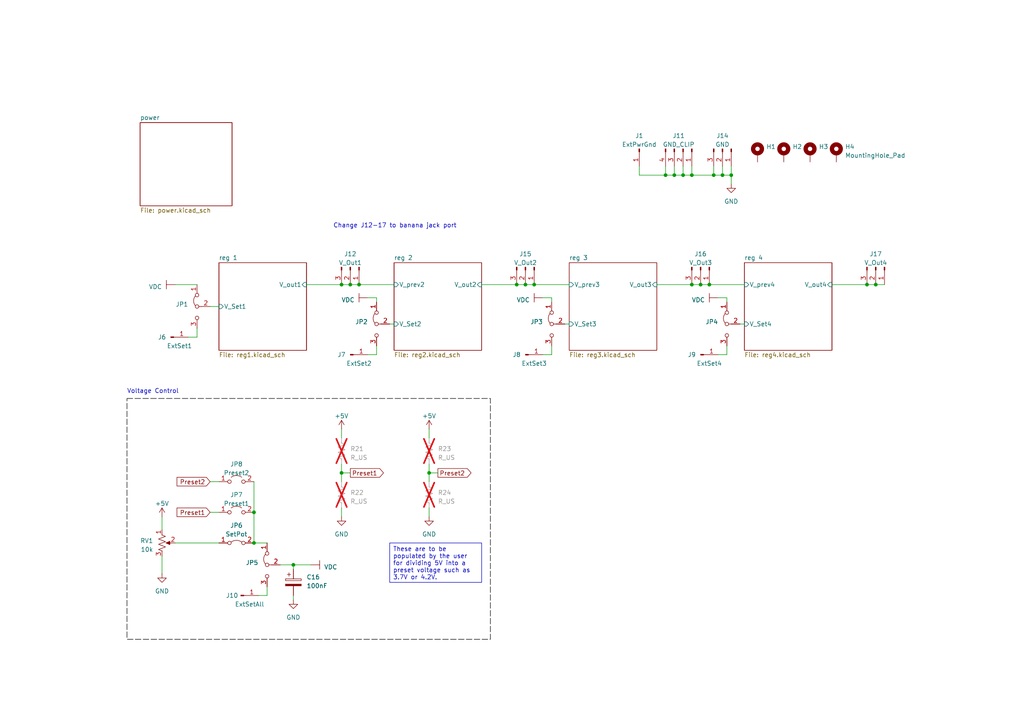
<source format=kicad_sch>
(kicad_sch
	(version 20231120)
	(generator "eeschema")
	(generator_version "8.0")
	(uuid "eb54f7d9-731a-4a54-adbe-3a25c9be0c1a")
	(paper "A4")
	(title_block
		(company "Purdue ECET")
	)
	(lib_symbols
		(symbol "Connector:Conn_01x01_Pin"
			(pin_names
				(offset 1.016) hide)
			(exclude_from_sim no)
			(in_bom yes)
			(on_board yes)
			(property "Reference" "J"
				(at 0 2.54 0)
				(effects
					(font
						(size 1.27 1.27)
					)
				)
			)
			(property "Value" "Conn_01x01_Pin"
				(at 0 -2.54 0)
				(effects
					(font
						(size 1.27 1.27)
					)
				)
			)
			(property "Footprint" ""
				(at 0 0 0)
				(effects
					(font
						(size 1.27 1.27)
					)
					(hide yes)
				)
			)
			(property "Datasheet" "~"
				(at 0 0 0)
				(effects
					(font
						(size 1.27 1.27)
					)
					(hide yes)
				)
			)
			(property "Description" "Generic connector, single row, 01x01, script generated"
				(at 0 0 0)
				(effects
					(font
						(size 1.27 1.27)
					)
					(hide yes)
				)
			)
			(property "ki_locked" ""
				(at 0 0 0)
				(effects
					(font
						(size 1.27 1.27)
					)
				)
			)
			(property "ki_keywords" "connector"
				(at 0 0 0)
				(effects
					(font
						(size 1.27 1.27)
					)
					(hide yes)
				)
			)
			(property "ki_fp_filters" "Connector*:*_1x??_*"
				(at 0 0 0)
				(effects
					(font
						(size 1.27 1.27)
					)
					(hide yes)
				)
			)
			(symbol "Conn_01x01_Pin_1_1"
				(polyline
					(pts
						(xy 1.27 0) (xy 0.8636 0)
					)
					(stroke
						(width 0.1524)
						(type default)
					)
					(fill
						(type none)
					)
				)
				(rectangle
					(start 0.8636 0.127)
					(end 0 -0.127)
					(stroke
						(width 0.1524)
						(type default)
					)
					(fill
						(type outline)
					)
				)
				(pin passive line
					(at 5.08 0 180)
					(length 3.81)
					(name "Pin_1"
						(effects
							(font
								(size 1.27 1.27)
							)
						)
					)
					(number "1"
						(effects
							(font
								(size 1.27 1.27)
							)
						)
					)
				)
			)
		)
		(symbol "Connector:Conn_01x03_Pin"
			(pin_names
				(offset 1.016) hide)
			(exclude_from_sim no)
			(in_bom yes)
			(on_board yes)
			(property "Reference" "J"
				(at 0 5.08 0)
				(effects
					(font
						(size 1.27 1.27)
					)
				)
			)
			(property "Value" "Conn_01x03_Pin"
				(at 0 -5.08 0)
				(effects
					(font
						(size 1.27 1.27)
					)
				)
			)
			(property "Footprint" ""
				(at 0 0 0)
				(effects
					(font
						(size 1.27 1.27)
					)
					(hide yes)
				)
			)
			(property "Datasheet" "~"
				(at 0 0 0)
				(effects
					(font
						(size 1.27 1.27)
					)
					(hide yes)
				)
			)
			(property "Description" "Generic connector, single row, 01x03, script generated"
				(at 0 0 0)
				(effects
					(font
						(size 1.27 1.27)
					)
					(hide yes)
				)
			)
			(property "ki_locked" ""
				(at 0 0 0)
				(effects
					(font
						(size 1.27 1.27)
					)
				)
			)
			(property "ki_keywords" "connector"
				(at 0 0 0)
				(effects
					(font
						(size 1.27 1.27)
					)
					(hide yes)
				)
			)
			(property "ki_fp_filters" "Connector*:*_1x??_*"
				(at 0 0 0)
				(effects
					(font
						(size 1.27 1.27)
					)
					(hide yes)
				)
			)
			(symbol "Conn_01x03_Pin_1_1"
				(polyline
					(pts
						(xy 1.27 -2.54) (xy 0.8636 -2.54)
					)
					(stroke
						(width 0.1524)
						(type default)
					)
					(fill
						(type none)
					)
				)
				(polyline
					(pts
						(xy 1.27 0) (xy 0.8636 0)
					)
					(stroke
						(width 0.1524)
						(type default)
					)
					(fill
						(type none)
					)
				)
				(polyline
					(pts
						(xy 1.27 2.54) (xy 0.8636 2.54)
					)
					(stroke
						(width 0.1524)
						(type default)
					)
					(fill
						(type none)
					)
				)
				(rectangle
					(start 0.8636 -2.413)
					(end 0 -2.667)
					(stroke
						(width 0.1524)
						(type default)
					)
					(fill
						(type outline)
					)
				)
				(rectangle
					(start 0.8636 0.127)
					(end 0 -0.127)
					(stroke
						(width 0.1524)
						(type default)
					)
					(fill
						(type outline)
					)
				)
				(rectangle
					(start 0.8636 2.667)
					(end 0 2.413)
					(stroke
						(width 0.1524)
						(type default)
					)
					(fill
						(type outline)
					)
				)
				(pin passive line
					(at 5.08 2.54 180)
					(length 3.81)
					(name "Pin_1"
						(effects
							(font
								(size 1.27 1.27)
							)
						)
					)
					(number "1"
						(effects
							(font
								(size 1.27 1.27)
							)
						)
					)
				)
				(pin passive line
					(at 5.08 0 180)
					(length 3.81)
					(name "Pin_2"
						(effects
							(font
								(size 1.27 1.27)
							)
						)
					)
					(number "2"
						(effects
							(font
								(size 1.27 1.27)
							)
						)
					)
				)
				(pin passive line
					(at 5.08 -2.54 180)
					(length 3.81)
					(name "Pin_3"
						(effects
							(font
								(size 1.27 1.27)
							)
						)
					)
					(number "3"
						(effects
							(font
								(size 1.27 1.27)
							)
						)
					)
				)
			)
		)
		(symbol "Connector:Conn_01x04_Pin"
			(pin_names
				(offset 1.016) hide)
			(exclude_from_sim no)
			(in_bom yes)
			(on_board yes)
			(property "Reference" "J"
				(at 0 5.08 0)
				(effects
					(font
						(size 1.27 1.27)
					)
				)
			)
			(property "Value" "Conn_01x04_Pin"
				(at 0 -7.62 0)
				(effects
					(font
						(size 1.27 1.27)
					)
				)
			)
			(property "Footprint" ""
				(at 0 0 0)
				(effects
					(font
						(size 1.27 1.27)
					)
					(hide yes)
				)
			)
			(property "Datasheet" "~"
				(at 0 0 0)
				(effects
					(font
						(size 1.27 1.27)
					)
					(hide yes)
				)
			)
			(property "Description" "Generic connector, single row, 01x04, script generated"
				(at 0 0 0)
				(effects
					(font
						(size 1.27 1.27)
					)
					(hide yes)
				)
			)
			(property "ki_locked" ""
				(at 0 0 0)
				(effects
					(font
						(size 1.27 1.27)
					)
				)
			)
			(property "ki_keywords" "connector"
				(at 0 0 0)
				(effects
					(font
						(size 1.27 1.27)
					)
					(hide yes)
				)
			)
			(property "ki_fp_filters" "Connector*:*_1x??_*"
				(at 0 0 0)
				(effects
					(font
						(size 1.27 1.27)
					)
					(hide yes)
				)
			)
			(symbol "Conn_01x04_Pin_1_1"
				(polyline
					(pts
						(xy 1.27 -5.08) (xy 0.8636 -5.08)
					)
					(stroke
						(width 0.1524)
						(type default)
					)
					(fill
						(type none)
					)
				)
				(polyline
					(pts
						(xy 1.27 -2.54) (xy 0.8636 -2.54)
					)
					(stroke
						(width 0.1524)
						(type default)
					)
					(fill
						(type none)
					)
				)
				(polyline
					(pts
						(xy 1.27 0) (xy 0.8636 0)
					)
					(stroke
						(width 0.1524)
						(type default)
					)
					(fill
						(type none)
					)
				)
				(polyline
					(pts
						(xy 1.27 2.54) (xy 0.8636 2.54)
					)
					(stroke
						(width 0.1524)
						(type default)
					)
					(fill
						(type none)
					)
				)
				(rectangle
					(start 0.8636 -4.953)
					(end 0 -5.207)
					(stroke
						(width 0.1524)
						(type default)
					)
					(fill
						(type outline)
					)
				)
				(rectangle
					(start 0.8636 -2.413)
					(end 0 -2.667)
					(stroke
						(width 0.1524)
						(type default)
					)
					(fill
						(type outline)
					)
				)
				(rectangle
					(start 0.8636 0.127)
					(end 0 -0.127)
					(stroke
						(width 0.1524)
						(type default)
					)
					(fill
						(type outline)
					)
				)
				(rectangle
					(start 0.8636 2.667)
					(end 0 2.413)
					(stroke
						(width 0.1524)
						(type default)
					)
					(fill
						(type outline)
					)
				)
				(pin passive line
					(at 5.08 2.54 180)
					(length 3.81)
					(name "Pin_1"
						(effects
							(font
								(size 1.27 1.27)
							)
						)
					)
					(number "1"
						(effects
							(font
								(size 1.27 1.27)
							)
						)
					)
				)
				(pin passive line
					(at 5.08 0 180)
					(length 3.81)
					(name "Pin_2"
						(effects
							(font
								(size 1.27 1.27)
							)
						)
					)
					(number "2"
						(effects
							(font
								(size 1.27 1.27)
							)
						)
					)
				)
				(pin passive line
					(at 5.08 -2.54 180)
					(length 3.81)
					(name "Pin_3"
						(effects
							(font
								(size 1.27 1.27)
							)
						)
					)
					(number "3"
						(effects
							(font
								(size 1.27 1.27)
							)
						)
					)
				)
				(pin passive line
					(at 5.08 -5.08 180)
					(length 3.81)
					(name "Pin_4"
						(effects
							(font
								(size 1.27 1.27)
							)
						)
					)
					(number "4"
						(effects
							(font
								(size 1.27 1.27)
							)
						)
					)
				)
			)
		)
		(symbol "Device:C_Polarized"
			(pin_numbers hide)
			(pin_names
				(offset 0.254)
			)
			(exclude_from_sim no)
			(in_bom yes)
			(on_board yes)
			(property "Reference" "C"
				(at 0.635 2.54 0)
				(effects
					(font
						(size 1.27 1.27)
					)
					(justify left)
				)
			)
			(property "Value" "C_Polarized"
				(at 0.635 -2.54 0)
				(effects
					(font
						(size 1.27 1.27)
					)
					(justify left)
				)
			)
			(property "Footprint" ""
				(at 0.9652 -3.81 0)
				(effects
					(font
						(size 1.27 1.27)
					)
					(hide yes)
				)
			)
			(property "Datasheet" "~"
				(at 0 0 0)
				(effects
					(font
						(size 1.27 1.27)
					)
					(hide yes)
				)
			)
			(property "Description" "Polarized capacitor"
				(at 0 0 0)
				(effects
					(font
						(size 1.27 1.27)
					)
					(hide yes)
				)
			)
			(property "ki_keywords" "cap capacitor"
				(at 0 0 0)
				(effects
					(font
						(size 1.27 1.27)
					)
					(hide yes)
				)
			)
			(property "ki_fp_filters" "CP_*"
				(at 0 0 0)
				(effects
					(font
						(size 1.27 1.27)
					)
					(hide yes)
				)
			)
			(symbol "C_Polarized_0_1"
				(rectangle
					(start -2.286 0.508)
					(end 2.286 1.016)
					(stroke
						(width 0)
						(type default)
					)
					(fill
						(type none)
					)
				)
				(polyline
					(pts
						(xy -1.778 2.286) (xy -0.762 2.286)
					)
					(stroke
						(width 0)
						(type default)
					)
					(fill
						(type none)
					)
				)
				(polyline
					(pts
						(xy -1.27 2.794) (xy -1.27 1.778)
					)
					(stroke
						(width 0)
						(type default)
					)
					(fill
						(type none)
					)
				)
				(rectangle
					(start 2.286 -0.508)
					(end -2.286 -1.016)
					(stroke
						(width 0)
						(type default)
					)
					(fill
						(type outline)
					)
				)
			)
			(symbol "C_Polarized_1_1"
				(pin passive line
					(at 0 3.81 270)
					(length 2.794)
					(name "~"
						(effects
							(font
								(size 1.27 1.27)
							)
						)
					)
					(number "1"
						(effects
							(font
								(size 1.27 1.27)
							)
						)
					)
				)
				(pin passive line
					(at 0 -3.81 90)
					(length 2.794)
					(name "~"
						(effects
							(font
								(size 1.27 1.27)
							)
						)
					)
					(number "2"
						(effects
							(font
								(size 1.27 1.27)
							)
						)
					)
				)
			)
		)
		(symbol "Device:R_Potentiometer_US"
			(pin_names
				(offset 1.016) hide)
			(exclude_from_sim no)
			(in_bom yes)
			(on_board yes)
			(property "Reference" "RV"
				(at -4.445 0 90)
				(effects
					(font
						(size 1.27 1.27)
					)
				)
			)
			(property "Value" "R_Potentiometer_US"
				(at -2.54 0 90)
				(effects
					(font
						(size 1.27 1.27)
					)
				)
			)
			(property "Footprint" ""
				(at 0 0 0)
				(effects
					(font
						(size 1.27 1.27)
					)
					(hide yes)
				)
			)
			(property "Datasheet" "~"
				(at 0 0 0)
				(effects
					(font
						(size 1.27 1.27)
					)
					(hide yes)
				)
			)
			(property "Description" "Potentiometer, US symbol"
				(at 0 0 0)
				(effects
					(font
						(size 1.27 1.27)
					)
					(hide yes)
				)
			)
			(property "ki_keywords" "resistor variable"
				(at 0 0 0)
				(effects
					(font
						(size 1.27 1.27)
					)
					(hide yes)
				)
			)
			(property "ki_fp_filters" "Potentiometer*"
				(at 0 0 0)
				(effects
					(font
						(size 1.27 1.27)
					)
					(hide yes)
				)
			)
			(symbol "R_Potentiometer_US_0_1"
				(polyline
					(pts
						(xy 0 -2.286) (xy 0 -2.54)
					)
					(stroke
						(width 0)
						(type default)
					)
					(fill
						(type none)
					)
				)
				(polyline
					(pts
						(xy 0 2.54) (xy 0 2.286)
					)
					(stroke
						(width 0)
						(type default)
					)
					(fill
						(type none)
					)
				)
				(polyline
					(pts
						(xy 2.54 0) (xy 1.524 0)
					)
					(stroke
						(width 0)
						(type default)
					)
					(fill
						(type none)
					)
				)
				(polyline
					(pts
						(xy 1.143 0) (xy 2.286 0.508) (xy 2.286 -0.508) (xy 1.143 0)
					)
					(stroke
						(width 0)
						(type default)
					)
					(fill
						(type outline)
					)
				)
				(polyline
					(pts
						(xy 0 -0.762) (xy 1.016 -1.143) (xy 0 -1.524) (xy -1.016 -1.905) (xy 0 -2.286)
					)
					(stroke
						(width 0)
						(type default)
					)
					(fill
						(type none)
					)
				)
				(polyline
					(pts
						(xy 0 0.762) (xy 1.016 0.381) (xy 0 0) (xy -1.016 -0.381) (xy 0 -0.762)
					)
					(stroke
						(width 0)
						(type default)
					)
					(fill
						(type none)
					)
				)
				(polyline
					(pts
						(xy 0 2.286) (xy 1.016 1.905) (xy 0 1.524) (xy -1.016 1.143) (xy 0 0.762)
					)
					(stroke
						(width 0)
						(type default)
					)
					(fill
						(type none)
					)
				)
			)
			(symbol "R_Potentiometer_US_1_1"
				(pin passive line
					(at 0 3.81 270)
					(length 1.27)
					(name "1"
						(effects
							(font
								(size 1.27 1.27)
							)
						)
					)
					(number "1"
						(effects
							(font
								(size 1.27 1.27)
							)
						)
					)
				)
				(pin passive line
					(at 3.81 0 180)
					(length 1.27)
					(name "2"
						(effects
							(font
								(size 1.27 1.27)
							)
						)
					)
					(number "2"
						(effects
							(font
								(size 1.27 1.27)
							)
						)
					)
				)
				(pin passive line
					(at 0 -3.81 90)
					(length 1.27)
					(name "3"
						(effects
							(font
								(size 1.27 1.27)
							)
						)
					)
					(number "3"
						(effects
							(font
								(size 1.27 1.27)
							)
						)
					)
				)
			)
		)
		(symbol "Device:R_US"
			(pin_numbers hide)
			(pin_names
				(offset 0)
			)
			(exclude_from_sim no)
			(in_bom yes)
			(on_board yes)
			(property "Reference" "R"
				(at 2.54 0 90)
				(effects
					(font
						(size 1.27 1.27)
					)
				)
			)
			(property "Value" "R_US"
				(at -2.54 0 90)
				(effects
					(font
						(size 1.27 1.27)
					)
				)
			)
			(property "Footprint" ""
				(at 1.016 -0.254 90)
				(effects
					(font
						(size 1.27 1.27)
					)
					(hide yes)
				)
			)
			(property "Datasheet" "~"
				(at 0 0 0)
				(effects
					(font
						(size 1.27 1.27)
					)
					(hide yes)
				)
			)
			(property "Description" "Resistor, US symbol"
				(at 0 0 0)
				(effects
					(font
						(size 1.27 1.27)
					)
					(hide yes)
				)
			)
			(property "ki_keywords" "R res resistor"
				(at 0 0 0)
				(effects
					(font
						(size 1.27 1.27)
					)
					(hide yes)
				)
			)
			(property "ki_fp_filters" "R_*"
				(at 0 0 0)
				(effects
					(font
						(size 1.27 1.27)
					)
					(hide yes)
				)
			)
			(symbol "R_US_0_1"
				(polyline
					(pts
						(xy 0 -2.286) (xy 0 -2.54)
					)
					(stroke
						(width 0)
						(type default)
					)
					(fill
						(type none)
					)
				)
				(polyline
					(pts
						(xy 0 2.286) (xy 0 2.54)
					)
					(stroke
						(width 0)
						(type default)
					)
					(fill
						(type none)
					)
				)
				(polyline
					(pts
						(xy 0 -0.762) (xy 1.016 -1.143) (xy 0 -1.524) (xy -1.016 -1.905) (xy 0 -2.286)
					)
					(stroke
						(width 0)
						(type default)
					)
					(fill
						(type none)
					)
				)
				(polyline
					(pts
						(xy 0 0.762) (xy 1.016 0.381) (xy 0 0) (xy -1.016 -0.381) (xy 0 -0.762)
					)
					(stroke
						(width 0)
						(type default)
					)
					(fill
						(type none)
					)
				)
				(polyline
					(pts
						(xy 0 2.286) (xy 1.016 1.905) (xy 0 1.524) (xy -1.016 1.143) (xy 0 0.762)
					)
					(stroke
						(width 0)
						(type default)
					)
					(fill
						(type none)
					)
				)
			)
			(symbol "R_US_1_1"
				(pin passive line
					(at 0 3.81 270)
					(length 1.27)
					(name "~"
						(effects
							(font
								(size 1.27 1.27)
							)
						)
					)
					(number "1"
						(effects
							(font
								(size 1.27 1.27)
							)
						)
					)
				)
				(pin passive line
					(at 0 -3.81 90)
					(length 1.27)
					(name "~"
						(effects
							(font
								(size 1.27 1.27)
							)
						)
					)
					(number "2"
						(effects
							(font
								(size 1.27 1.27)
							)
						)
					)
				)
			)
		)
		(symbol "Jumper:Jumper_2_Bridged"
			(pin_names
				(offset 0) hide)
			(exclude_from_sim no)
			(in_bom yes)
			(on_board yes)
			(property "Reference" "JP"
				(at 0 1.905 0)
				(effects
					(font
						(size 1.27 1.27)
					)
				)
			)
			(property "Value" "Jumper_2_Bridged"
				(at 0 -2.54 0)
				(effects
					(font
						(size 1.27 1.27)
					)
				)
			)
			(property "Footprint" ""
				(at 0 0 0)
				(effects
					(font
						(size 1.27 1.27)
					)
					(hide yes)
				)
			)
			(property "Datasheet" "~"
				(at 0 0 0)
				(effects
					(font
						(size 1.27 1.27)
					)
					(hide yes)
				)
			)
			(property "Description" "Jumper, 2-pole, closed/bridged"
				(at 0 0 0)
				(effects
					(font
						(size 1.27 1.27)
					)
					(hide yes)
				)
			)
			(property "ki_keywords" "Jumper SPST"
				(at 0 0 0)
				(effects
					(font
						(size 1.27 1.27)
					)
					(hide yes)
				)
			)
			(property "ki_fp_filters" "Jumper* TestPoint*2Pads* TestPoint*Bridge*"
				(at 0 0 0)
				(effects
					(font
						(size 1.27 1.27)
					)
					(hide yes)
				)
			)
			(symbol "Jumper_2_Bridged_0_0"
				(circle
					(center -2.032 0)
					(radius 0.508)
					(stroke
						(width 0)
						(type default)
					)
					(fill
						(type none)
					)
				)
				(circle
					(center 2.032 0)
					(radius 0.508)
					(stroke
						(width 0)
						(type default)
					)
					(fill
						(type none)
					)
				)
			)
			(symbol "Jumper_2_Bridged_0_1"
				(arc
					(start 1.524 0.254)
					(mid 0 0.762)
					(end -1.524 0.254)
					(stroke
						(width 0)
						(type default)
					)
					(fill
						(type none)
					)
				)
			)
			(symbol "Jumper_2_Bridged_1_1"
				(pin passive line
					(at -5.08 0 0)
					(length 2.54)
					(name "A"
						(effects
							(font
								(size 1.27 1.27)
							)
						)
					)
					(number "1"
						(effects
							(font
								(size 1.27 1.27)
							)
						)
					)
				)
				(pin passive line
					(at 5.08 0 180)
					(length 2.54)
					(name "B"
						(effects
							(font
								(size 1.27 1.27)
							)
						)
					)
					(number "2"
						(effects
							(font
								(size 1.27 1.27)
							)
						)
					)
				)
			)
		)
		(symbol "Jumper:Jumper_2_Open"
			(pin_names
				(offset 0) hide)
			(exclude_from_sim no)
			(in_bom yes)
			(on_board yes)
			(property "Reference" "JP"
				(at 0 2.794 0)
				(effects
					(font
						(size 1.27 1.27)
					)
				)
			)
			(property "Value" "Jumper_2_Open"
				(at 0 -2.286 0)
				(effects
					(font
						(size 1.27 1.27)
					)
				)
			)
			(property "Footprint" ""
				(at 0 0 0)
				(effects
					(font
						(size 1.27 1.27)
					)
					(hide yes)
				)
			)
			(property "Datasheet" "~"
				(at 0 0 0)
				(effects
					(font
						(size 1.27 1.27)
					)
					(hide yes)
				)
			)
			(property "Description" "Jumper, 2-pole, open"
				(at 0 0 0)
				(effects
					(font
						(size 1.27 1.27)
					)
					(hide yes)
				)
			)
			(property "ki_keywords" "Jumper SPST"
				(at 0 0 0)
				(effects
					(font
						(size 1.27 1.27)
					)
					(hide yes)
				)
			)
			(property "ki_fp_filters" "Jumper* TestPoint*2Pads* TestPoint*Bridge*"
				(at 0 0 0)
				(effects
					(font
						(size 1.27 1.27)
					)
					(hide yes)
				)
			)
			(symbol "Jumper_2_Open_0_0"
				(circle
					(center -2.032 0)
					(radius 0.508)
					(stroke
						(width 0)
						(type default)
					)
					(fill
						(type none)
					)
				)
				(circle
					(center 2.032 0)
					(radius 0.508)
					(stroke
						(width 0)
						(type default)
					)
					(fill
						(type none)
					)
				)
			)
			(symbol "Jumper_2_Open_0_1"
				(arc
					(start 1.524 1.27)
					(mid 0 1.778)
					(end -1.524 1.27)
					(stroke
						(width 0)
						(type default)
					)
					(fill
						(type none)
					)
				)
			)
			(symbol "Jumper_2_Open_1_1"
				(pin passive line
					(at -5.08 0 0)
					(length 2.54)
					(name "A"
						(effects
							(font
								(size 1.27 1.27)
							)
						)
					)
					(number "1"
						(effects
							(font
								(size 1.27 1.27)
							)
						)
					)
				)
				(pin passive line
					(at 5.08 0 180)
					(length 2.54)
					(name "B"
						(effects
							(font
								(size 1.27 1.27)
							)
						)
					)
					(number "2"
						(effects
							(font
								(size 1.27 1.27)
							)
						)
					)
				)
			)
		)
		(symbol "Jumper:Jumper_3_Bridged12"
			(pin_names
				(offset 0) hide)
			(exclude_from_sim no)
			(in_bom yes)
			(on_board yes)
			(property "Reference" "JP"
				(at -2.54 -2.54 0)
				(effects
					(font
						(size 1.27 1.27)
					)
				)
			)
			(property "Value" "Jumper_3_Bridged12"
				(at 0 2.794 0)
				(effects
					(font
						(size 1.27 1.27)
					)
				)
			)
			(property "Footprint" ""
				(at 0 0 0)
				(effects
					(font
						(size 1.27 1.27)
					)
					(hide yes)
				)
			)
			(property "Datasheet" "~"
				(at 0 0 0)
				(effects
					(font
						(size 1.27 1.27)
					)
					(hide yes)
				)
			)
			(property "Description" "Jumper, 3-pole, pins 1+2 closed/bridged"
				(at 0 0 0)
				(effects
					(font
						(size 1.27 1.27)
					)
					(hide yes)
				)
			)
			(property "ki_keywords" "Jumper SPDT"
				(at 0 0 0)
				(effects
					(font
						(size 1.27 1.27)
					)
					(hide yes)
				)
			)
			(property "ki_fp_filters" "Jumper* TestPoint*3Pads* TestPoint*Bridge*"
				(at 0 0 0)
				(effects
					(font
						(size 1.27 1.27)
					)
					(hide yes)
				)
			)
			(symbol "Jumper_3_Bridged12_0_0"
				(circle
					(center -3.302 0)
					(radius 0.508)
					(stroke
						(width 0)
						(type default)
					)
					(fill
						(type none)
					)
				)
				(circle
					(center 0 0)
					(radius 0.508)
					(stroke
						(width 0)
						(type default)
					)
					(fill
						(type none)
					)
				)
				(circle
					(center 3.302 0)
					(radius 0.508)
					(stroke
						(width 0)
						(type default)
					)
					(fill
						(type none)
					)
				)
			)
			(symbol "Jumper_3_Bridged12_0_1"
				(arc
					(start -0.254 0.508)
					(mid -1.651 0.9912)
					(end -3.048 0.508)
					(stroke
						(width 0)
						(type default)
					)
					(fill
						(type none)
					)
				)
				(polyline
					(pts
						(xy 0 -1.27) (xy 0 -0.508)
					)
					(stroke
						(width 0)
						(type default)
					)
					(fill
						(type none)
					)
				)
			)
			(symbol "Jumper_3_Bridged12_1_1"
				(pin passive line
					(at -6.35 0 0)
					(length 2.54)
					(name "A"
						(effects
							(font
								(size 1.27 1.27)
							)
						)
					)
					(number "1"
						(effects
							(font
								(size 1.27 1.27)
							)
						)
					)
				)
				(pin passive line
					(at 0 -3.81 90)
					(length 2.54)
					(name "C"
						(effects
							(font
								(size 1.27 1.27)
							)
						)
					)
					(number "2"
						(effects
							(font
								(size 1.27 1.27)
							)
						)
					)
				)
				(pin passive line
					(at 6.35 0 180)
					(length 2.54)
					(name "B"
						(effects
							(font
								(size 1.27 1.27)
							)
						)
					)
					(number "3"
						(effects
							(font
								(size 1.27 1.27)
							)
						)
					)
				)
			)
		)
		(symbol "Mechanical:MountingHole_Pad"
			(pin_numbers hide)
			(pin_names
				(offset 1.016) hide)
			(exclude_from_sim no)
			(in_bom yes)
			(on_board yes)
			(property "Reference" "H"
				(at 0 6.35 0)
				(effects
					(font
						(size 1.27 1.27)
					)
				)
			)
			(property "Value" "MountingHole_Pad"
				(at 0 4.445 0)
				(effects
					(font
						(size 1.27 1.27)
					)
				)
			)
			(property "Footprint" ""
				(at 0 0 0)
				(effects
					(font
						(size 1.27 1.27)
					)
					(hide yes)
				)
			)
			(property "Datasheet" "~"
				(at 0 0 0)
				(effects
					(font
						(size 1.27 1.27)
					)
					(hide yes)
				)
			)
			(property "Description" "Mounting Hole with connection"
				(at 0 0 0)
				(effects
					(font
						(size 1.27 1.27)
					)
					(hide yes)
				)
			)
			(property "ki_keywords" "mounting hole"
				(at 0 0 0)
				(effects
					(font
						(size 1.27 1.27)
					)
					(hide yes)
				)
			)
			(property "ki_fp_filters" "MountingHole*Pad*"
				(at 0 0 0)
				(effects
					(font
						(size 1.27 1.27)
					)
					(hide yes)
				)
			)
			(symbol "MountingHole_Pad_0_1"
				(circle
					(center 0 1.27)
					(radius 1.27)
					(stroke
						(width 1.27)
						(type default)
					)
					(fill
						(type none)
					)
				)
			)
			(symbol "MountingHole_Pad_1_1"
				(pin input line
					(at 0 -2.54 90)
					(length 2.54)
					(name "1"
						(effects
							(font
								(size 1.27 1.27)
							)
						)
					)
					(number "1"
						(effects
							(font
								(size 1.27 1.27)
							)
						)
					)
				)
			)
		)
		(symbol "power:+5V"
			(power)
			(pin_names
				(offset 0)
			)
			(exclude_from_sim no)
			(in_bom yes)
			(on_board yes)
			(property "Reference" "#PWR"
				(at 0 -3.81 0)
				(effects
					(font
						(size 1.27 1.27)
					)
					(hide yes)
				)
			)
			(property "Value" "+5V"
				(at 0 3.556 0)
				(effects
					(font
						(size 1.27 1.27)
					)
				)
			)
			(property "Footprint" ""
				(at 0 0 0)
				(effects
					(font
						(size 1.27 1.27)
					)
					(hide yes)
				)
			)
			(property "Datasheet" ""
				(at 0 0 0)
				(effects
					(font
						(size 1.27 1.27)
					)
					(hide yes)
				)
			)
			(property "Description" "Power symbol creates a global label with name \"+5V\""
				(at 0 0 0)
				(effects
					(font
						(size 1.27 1.27)
					)
					(hide yes)
				)
			)
			(property "ki_keywords" "global power"
				(at 0 0 0)
				(effects
					(font
						(size 1.27 1.27)
					)
					(hide yes)
				)
			)
			(symbol "+5V_0_1"
				(polyline
					(pts
						(xy -0.762 1.27) (xy 0 2.54)
					)
					(stroke
						(width 0)
						(type default)
					)
					(fill
						(type none)
					)
				)
				(polyline
					(pts
						(xy 0 0) (xy 0 2.54)
					)
					(stroke
						(width 0)
						(type default)
					)
					(fill
						(type none)
					)
				)
				(polyline
					(pts
						(xy 0 2.54) (xy 0.762 1.27)
					)
					(stroke
						(width 0)
						(type default)
					)
					(fill
						(type none)
					)
				)
			)
			(symbol "+5V_1_1"
				(pin power_in line
					(at 0 0 90)
					(length 0) hide
					(name "+5V"
						(effects
							(font
								(size 1.27 1.27)
							)
						)
					)
					(number "1"
						(effects
							(font
								(size 1.27 1.27)
							)
						)
					)
				)
			)
		)
		(symbol "power:GND"
			(power)
			(pin_names
				(offset 0)
			)
			(exclude_from_sim no)
			(in_bom yes)
			(on_board yes)
			(property "Reference" "#PWR"
				(at 0 -6.35 0)
				(effects
					(font
						(size 1.27 1.27)
					)
					(hide yes)
				)
			)
			(property "Value" "GND"
				(at 0 -3.81 0)
				(effects
					(font
						(size 1.27 1.27)
					)
				)
			)
			(property "Footprint" ""
				(at 0 0 0)
				(effects
					(font
						(size 1.27 1.27)
					)
					(hide yes)
				)
			)
			(property "Datasheet" ""
				(at 0 0 0)
				(effects
					(font
						(size 1.27 1.27)
					)
					(hide yes)
				)
			)
			(property "Description" "Power symbol creates a global label with name \"GND\" , ground"
				(at 0 0 0)
				(effects
					(font
						(size 1.27 1.27)
					)
					(hide yes)
				)
			)
			(property "ki_keywords" "global power"
				(at 0 0 0)
				(effects
					(font
						(size 1.27 1.27)
					)
					(hide yes)
				)
			)
			(symbol "GND_0_1"
				(polyline
					(pts
						(xy 0 0) (xy 0 -1.27) (xy 1.27 -1.27) (xy 0 -2.54) (xy -1.27 -1.27) (xy 0 -1.27)
					)
					(stroke
						(width 0)
						(type default)
					)
					(fill
						(type none)
					)
				)
			)
			(symbol "GND_1_1"
				(pin power_in line
					(at 0 0 270)
					(length 0) hide
					(name "GND"
						(effects
							(font
								(size 1.27 1.27)
							)
						)
					)
					(number "1"
						(effects
							(font
								(size 1.27 1.27)
							)
						)
					)
				)
			)
		)
		(symbol "power:VDC"
			(power)
			(pin_names
				(offset 0)
			)
			(exclude_from_sim no)
			(in_bom yes)
			(on_board yes)
			(property "Reference" "#PWR039"
				(at 0 -2.54 0)
				(effects
					(font
						(size 1.27 1.27)
					)
					(hide yes)
				)
			)
			(property "Value" "VDC"
				(at 0 3.81 0)
				(effects
					(font
						(size 1.27 1.27)
					)
				)
			)
			(property "Footprint" ""
				(at 0 0 0)
				(effects
					(font
						(size 1.27 1.27)
					)
					(hide yes)
				)
			)
			(property "Datasheet" ""
				(at 0 0 0)
				(effects
					(font
						(size 1.27 1.27)
					)
					(hide yes)
				)
			)
			(property "Description" "Power symbol creates a global label with name \"VDC\""
				(at 0 0 0)
				(effects
					(font
						(size 1.27 1.27)
					)
					(hide yes)
				)
			)
			(property "ki_keywords" "global power"
				(at 0 0 0)
				(effects
					(font
						(size 1.27 1.27)
					)
					(hide yes)
				)
			)
			(symbol "VDC_0_1"
				(polyline
					(pts
						(xy -1.27 2.54) (xy 0 2.54)
					)
					(stroke
						(width 0)
						(type default)
					)
					(fill
						(type none)
					)
				)
				(polyline
					(pts
						(xy 0 0) (xy 0 2.54)
					)
					(stroke
						(width 0)
						(type default)
					)
					(fill
						(type none)
					)
				)
				(polyline
					(pts
						(xy 0 2.54) (xy 1.27 2.54)
					)
					(stroke
						(width 0)
						(type default)
					)
					(fill
						(type none)
					)
				)
			)
			(symbol "VDC_1_1"
				(pin power_in line
					(at 0 0 90)
					(length 0) hide
					(name "VDC"
						(effects
							(font
								(size 1.27 1.27)
							)
						)
					)
					(number "1"
						(effects
							(font
								(size 1.27 1.27)
							)
						)
					)
				)
			)
		)
	)
	(junction
		(at 85.09 163.83)
		(diameter 0)
		(color 0 0 0 0)
		(uuid "0ca0b379-5e7e-4be6-a300-e9ab28999401")
	)
	(junction
		(at 193.04 50.8)
		(diameter 0)
		(color 0 0 0 0)
		(uuid "2331c265-f345-440b-91e7-af9d024639ef")
	)
	(junction
		(at 124.46 137.16)
		(diameter 0)
		(color 0 0 0 0)
		(uuid "27833a48-1d88-4910-bd84-63e38cb785b6")
	)
	(junction
		(at 254 82.55)
		(diameter 0)
		(color 0 0 0 0)
		(uuid "4095dc73-0efe-432a-be5a-b172edc306a3")
	)
	(junction
		(at 198.12 50.8)
		(diameter 0)
		(color 0 0 0 0)
		(uuid "46fab851-eaf9-47fb-a4a8-45e58dafeed2")
	)
	(junction
		(at 209.55 50.8)
		(diameter 0)
		(color 0 0 0 0)
		(uuid "5cd017a2-84aa-404c-b1c8-5be462bd32e6")
	)
	(junction
		(at 251.46 82.55)
		(diameter 0)
		(color 0 0 0 0)
		(uuid "6051e86d-bda4-4492-9beb-b52c1a57ada4")
	)
	(junction
		(at 101.6 82.55)
		(diameter 0)
		(color 0 0 0 0)
		(uuid "637acfed-f389-4414-b708-142cbab208ae")
	)
	(junction
		(at 104.14 82.55)
		(diameter 0)
		(color 0 0 0 0)
		(uuid "63ef9568-388e-43c4-83d6-f8826956d842")
	)
	(junction
		(at 99.06 82.55)
		(diameter 0)
		(color 0 0 0 0)
		(uuid "69da2bca-4520-4e3d-87fe-fc2618d36b8a")
	)
	(junction
		(at 212.09 50.8)
		(diameter 0)
		(color 0 0 0 0)
		(uuid "69f352bb-6a11-4474-b29a-019342a85cfb")
	)
	(junction
		(at 154.94 82.55)
		(diameter 0)
		(color 0 0 0 0)
		(uuid "7302cf55-d3df-4ae5-90a4-0c644dc48f87")
	)
	(junction
		(at 73.66 157.48)
		(diameter 0)
		(color 0 0 0 0)
		(uuid "880bb37a-973d-4682-b286-dfbfb69ab48b")
	)
	(junction
		(at 149.86 82.55)
		(diameter 0)
		(color 0 0 0 0)
		(uuid "8f6ff18a-7bc5-4ce7-a974-74215bff2fdf")
	)
	(junction
		(at 203.2 82.55)
		(diameter 0)
		(color 0 0 0 0)
		(uuid "907ccc12-6c52-4a15-8c9c-af0472fc1625")
	)
	(junction
		(at 200.66 82.55)
		(diameter 0)
		(color 0 0 0 0)
		(uuid "a5ed5ee0-2ba8-4863-b935-2e6d8dc1eda5")
	)
	(junction
		(at 195.58 50.8)
		(diameter 0)
		(color 0 0 0 0)
		(uuid "a76324a5-f8b2-4abc-92cf-300785f6d93c")
	)
	(junction
		(at 99.06 137.16)
		(diameter 0)
		(color 0 0 0 0)
		(uuid "b9b5cef9-d5c7-4d93-9101-b49cc0cbb170")
	)
	(junction
		(at 152.4 82.55)
		(diameter 0)
		(color 0 0 0 0)
		(uuid "ca199c68-bd00-46e4-8dad-4084da82be0f")
	)
	(junction
		(at 200.66 50.8)
		(diameter 0)
		(color 0 0 0 0)
		(uuid "d1e853a7-269e-4e76-9425-dd006de143dc")
	)
	(junction
		(at 207.01 50.8)
		(diameter 0)
		(color 0 0 0 0)
		(uuid "d756c437-70ff-4809-be11-d673bcb674d0")
	)
	(junction
		(at 205.74 82.55)
		(diameter 0)
		(color 0 0 0 0)
		(uuid "f253ea15-434d-4bf9-b197-6a37cba74468")
	)
	(junction
		(at 73.66 148.59)
		(diameter 0)
		(color 0 0 0 0)
		(uuid "f7a57779-275b-47c4-b78c-7d8293e723b1")
	)
	(wire
		(pts
			(xy 254 82.55) (xy 256.54 82.55)
		)
		(stroke
			(width 0)
			(type default)
		)
		(uuid "0624f024-e652-4cd6-a267-67b1c1110cb0")
	)
	(wire
		(pts
			(xy 190.5 82.55) (xy 200.66 82.55)
		)
		(stroke
			(width 0)
			(type default)
		)
		(uuid "0c200912-fb40-488e-9252-ced19f59015a")
	)
	(wire
		(pts
			(xy 60.96 139.7) (xy 63.5 139.7)
		)
		(stroke
			(width 0)
			(type default)
		)
		(uuid "12ce1e1f-318a-4d0c-a05c-a3e83c691579")
	)
	(wire
		(pts
			(xy 185.42 50.8) (xy 193.04 50.8)
		)
		(stroke
			(width 0)
			(type default)
		)
		(uuid "12e3c063-0cf4-4071-a93f-1f761159e2ae")
	)
	(wire
		(pts
			(xy 85.09 172.72) (xy 85.09 173.99)
		)
		(stroke
			(width 0)
			(type default)
		)
		(uuid "14869094-04f2-4ee0-9909-1f5271f8be49")
	)
	(wire
		(pts
			(xy 139.7 82.55) (xy 149.86 82.55)
		)
		(stroke
			(width 0)
			(type default)
		)
		(uuid "15032f03-4049-488a-8e83-2bfd6d2a4dc4")
	)
	(wire
		(pts
			(xy 99.06 82.55) (xy 101.6 82.55)
		)
		(stroke
			(width 0)
			(type default)
		)
		(uuid "16baf1ca-09fb-4322-970c-c679b7bda862")
	)
	(wire
		(pts
			(xy 210.82 86.36) (xy 210.82 87.63)
		)
		(stroke
			(width 0)
			(type default)
		)
		(uuid "20f5f487-e490-413e-acce-c53905a9084a")
	)
	(wire
		(pts
			(xy 57.15 95.25) (xy 57.15 97.79)
		)
		(stroke
			(width 0)
			(type default)
		)
		(uuid "2c388630-7060-496e-8d55-b1a1e73e3119")
	)
	(wire
		(pts
			(xy 207.01 50.8) (xy 209.55 50.8)
		)
		(stroke
			(width 0)
			(type default)
		)
		(uuid "2c87b7d8-93e6-49b4-a06d-26de12133ea1")
	)
	(wire
		(pts
			(xy 210.82 102.87) (xy 210.82 100.33)
		)
		(stroke
			(width 0)
			(type default)
		)
		(uuid "3049b28d-bd9c-441c-8e24-aafed92e133e")
	)
	(wire
		(pts
			(xy 73.66 139.7) (xy 73.66 148.59)
		)
		(stroke
			(width 0)
			(type default)
		)
		(uuid "30b07a7a-782e-4ef0-a2f6-915d706d3c46")
	)
	(wire
		(pts
			(xy 124.46 147.32) (xy 124.46 149.86)
		)
		(stroke
			(width 0)
			(type default)
		)
		(uuid "318a10e7-7e5a-404c-947a-72ea1910e000")
	)
	(wire
		(pts
			(xy 109.22 86.36) (xy 109.22 87.63)
		)
		(stroke
			(width 0)
			(type default)
		)
		(uuid "37158e22-02fd-4ee5-91ea-f5d2f9459bbd")
	)
	(wire
		(pts
			(xy 203.2 82.55) (xy 205.74 82.55)
		)
		(stroke
			(width 0)
			(type default)
		)
		(uuid "3c313822-fe16-4a97-80be-3bc0b2f077c6")
	)
	(wire
		(pts
			(xy 195.58 50.8) (xy 198.12 50.8)
		)
		(stroke
			(width 0)
			(type default)
		)
		(uuid "3e90bdf3-beb1-4298-94d7-da3c63c66827")
	)
	(wire
		(pts
			(xy 200.66 48.26) (xy 200.66 50.8)
		)
		(stroke
			(width 0)
			(type default)
		)
		(uuid "4061ccef-b064-47b2-900f-056ed62854c8")
	)
	(wire
		(pts
			(xy 46.99 149.86) (xy 46.99 153.67)
		)
		(stroke
			(width 0)
			(type default)
		)
		(uuid "42ab8a60-8ac1-4b45-9721-ec59a61382a3")
	)
	(wire
		(pts
			(xy 209.55 50.8) (xy 212.09 50.8)
		)
		(stroke
			(width 0)
			(type default)
		)
		(uuid "484cfe66-5782-4ae9-aa66-3778d55d8b3a")
	)
	(wire
		(pts
			(xy 60.96 88.9) (xy 63.5 88.9)
		)
		(stroke
			(width 0)
			(type default)
		)
		(uuid "53a37f1c-eb09-4ff7-9de9-4fa9d695db3b")
	)
	(wire
		(pts
			(xy 154.94 82.55) (xy 165.1 82.55)
		)
		(stroke
			(width 0)
			(type default)
		)
		(uuid "5c82cf88-fe20-40b8-8bf6-41cc2e1c01fe")
	)
	(wire
		(pts
			(xy 99.06 137.16) (xy 99.06 139.7)
		)
		(stroke
			(width 0)
			(type default)
		)
		(uuid "5ef6ac3e-7f16-48e1-b113-9bbce691ce21")
	)
	(wire
		(pts
			(xy 77.47 170.18) (xy 77.47 172.72)
		)
		(stroke
			(width 0)
			(type default)
		)
		(uuid "65f6738c-1661-40fc-90d1-d499e1c8ff11")
	)
	(wire
		(pts
			(xy 73.66 157.48) (xy 77.47 157.48)
		)
		(stroke
			(width 0)
			(type default)
		)
		(uuid "7220a686-c8a8-481b-8efb-ef70d60d8969")
	)
	(wire
		(pts
			(xy 193.04 48.26) (xy 193.04 50.8)
		)
		(stroke
			(width 0)
			(type default)
		)
		(uuid "769c63ca-f1b3-4058-b9f1-1037c99e1778")
	)
	(wire
		(pts
			(xy 50.8 82.55) (xy 57.15 82.55)
		)
		(stroke
			(width 0)
			(type default)
		)
		(uuid "7856772b-eaa8-4de4-a219-945415914ca0")
	)
	(wire
		(pts
			(xy 157.48 102.87) (xy 160.02 102.87)
		)
		(stroke
			(width 0)
			(type default)
		)
		(uuid "7a1809e7-c34f-4dfe-b46e-4422e1b54e86")
	)
	(wire
		(pts
			(xy 149.86 82.55) (xy 152.4 82.55)
		)
		(stroke
			(width 0)
			(type default)
		)
		(uuid "7a5b02dc-03a9-4e60-8680-04a12b20b1c3")
	)
	(wire
		(pts
			(xy 207.01 48.26) (xy 207.01 50.8)
		)
		(stroke
			(width 0)
			(type default)
		)
		(uuid "7bf8f51c-a598-444f-9f5e-580199bd0feb")
	)
	(wire
		(pts
			(xy 251.46 82.55) (xy 254 82.55)
		)
		(stroke
			(width 0)
			(type default)
		)
		(uuid "7c068dc0-c3ec-47d9-97f5-dfa90c3c4d5d")
	)
	(wire
		(pts
			(xy 60.96 148.59) (xy 63.5 148.59)
		)
		(stroke
			(width 0)
			(type default)
		)
		(uuid "80620d9a-4f90-4a8a-88cb-d8d49a683c8e")
	)
	(wire
		(pts
			(xy 209.55 48.26) (xy 209.55 50.8)
		)
		(stroke
			(width 0)
			(type default)
		)
		(uuid "8223fd86-5416-4395-b8ca-cefe917a089e")
	)
	(wire
		(pts
			(xy 212.09 48.26) (xy 212.09 50.8)
		)
		(stroke
			(width 0)
			(type default)
		)
		(uuid "82589251-5105-4edf-b70b-57771a74ee59")
	)
	(wire
		(pts
			(xy 99.06 124.46) (xy 99.06 127)
		)
		(stroke
			(width 0)
			(type default)
		)
		(uuid "83da116a-f28b-4381-b887-6a7f9e97c92f")
	)
	(wire
		(pts
			(xy 101.6 82.55) (xy 104.14 82.55)
		)
		(stroke
			(width 0)
			(type default)
		)
		(uuid "943538c7-11f7-40ba-932c-c5074476b6ae")
	)
	(wire
		(pts
			(xy 200.66 82.55) (xy 203.2 82.55)
		)
		(stroke
			(width 0)
			(type default)
		)
		(uuid "95508f95-74df-4ed0-b58a-b2cce8bfd502")
	)
	(wire
		(pts
			(xy 198.12 50.8) (xy 200.66 50.8)
		)
		(stroke
			(width 0)
			(type default)
		)
		(uuid "9767429a-03e2-449f-945a-72836ceae0f7")
	)
	(wire
		(pts
			(xy 124.46 134.62) (xy 124.46 137.16)
		)
		(stroke
			(width 0)
			(type default)
		)
		(uuid "9947e59e-cd83-4de7-951a-7f8c53e5c8d0")
	)
	(wire
		(pts
			(xy 106.68 102.87) (xy 109.22 102.87)
		)
		(stroke
			(width 0)
			(type default)
		)
		(uuid "9ee0b07f-acf8-4ea0-b01f-5dfad057a082")
	)
	(wire
		(pts
			(xy 104.14 82.55) (xy 114.3 82.55)
		)
		(stroke
			(width 0)
			(type default)
		)
		(uuid "a3b26011-8724-40cf-a023-feaec91c2145")
	)
	(wire
		(pts
			(xy 200.66 50.8) (xy 207.01 50.8)
		)
		(stroke
			(width 0)
			(type default)
		)
		(uuid "a3df1eaa-0196-43bf-ace5-13c1a3443fac")
	)
	(wire
		(pts
			(xy 195.58 48.26) (xy 195.58 50.8)
		)
		(stroke
			(width 0)
			(type default)
		)
		(uuid "a6f4150e-7864-4a31-8c5d-038555ae2999")
	)
	(wire
		(pts
			(xy 193.04 50.8) (xy 195.58 50.8)
		)
		(stroke
			(width 0)
			(type default)
		)
		(uuid "a71c1803-ec77-4807-a73d-9700c040cd45")
	)
	(wire
		(pts
			(xy 212.09 53.34) (xy 212.09 50.8)
		)
		(stroke
			(width 0)
			(type default)
		)
		(uuid "a7ea4e0a-d7a6-454c-893c-7b276e599df0")
	)
	(wire
		(pts
			(xy 124.46 124.46) (xy 124.46 127)
		)
		(stroke
			(width 0)
			(type default)
		)
		(uuid "ab4dd4c9-9ad1-4662-abab-c49fe725d52b")
	)
	(wire
		(pts
			(xy 99.06 147.32) (xy 99.06 149.86)
		)
		(stroke
			(width 0)
			(type default)
		)
		(uuid "afd832b7-e5c5-457a-8a99-ff05da81cdb6")
	)
	(wire
		(pts
			(xy 185.42 48.26) (xy 185.42 50.8)
		)
		(stroke
			(width 0)
			(type default)
		)
		(uuid "b0b76637-ef8c-4d88-82d7-a35d83788bd8")
	)
	(wire
		(pts
			(xy 109.22 102.87) (xy 109.22 100.33)
		)
		(stroke
			(width 0)
			(type default)
		)
		(uuid "b1232a72-3c20-40b3-800a-fc2747feb619")
	)
	(wire
		(pts
			(xy 106.68 86.36) (xy 109.22 86.36)
		)
		(stroke
			(width 0)
			(type default)
		)
		(uuid "b7ae1c7a-4d36-44a6-b58a-e7ae3e5dbcfc")
	)
	(wire
		(pts
			(xy 160.02 86.36) (xy 160.02 87.63)
		)
		(stroke
			(width 0)
			(type default)
		)
		(uuid "b7d559c5-de93-444f-9c4b-0cc6099eb8e8")
	)
	(wire
		(pts
			(xy 163.83 93.98) (xy 165.1 93.98)
		)
		(stroke
			(width 0)
			(type default)
		)
		(uuid "c0405362-0256-4da9-9ccd-009808de9202")
	)
	(wire
		(pts
			(xy 57.15 97.79) (xy 54.61 97.79)
		)
		(stroke
			(width 0)
			(type default)
		)
		(uuid "c08fd6fd-c56c-4d81-b2bc-f1cb684dc1bd")
	)
	(wire
		(pts
			(xy 205.74 82.55) (xy 215.9 82.55)
		)
		(stroke
			(width 0)
			(type default)
		)
		(uuid "c3e72b1f-d381-4f5b-a8f7-a458954e2190")
	)
	(wire
		(pts
			(xy 73.66 148.59) (xy 73.66 157.48)
		)
		(stroke
			(width 0)
			(type default)
		)
		(uuid "c49e1a62-de6e-4bee-a2f8-231aca7f7aca")
	)
	(wire
		(pts
			(xy 46.99 161.29) (xy 46.99 166.37)
		)
		(stroke
			(width 0)
			(type default)
		)
		(uuid "cbfed1e5-6bb5-4555-95f4-f4cf956e4be2")
	)
	(wire
		(pts
			(xy 50.8 157.48) (xy 63.5 157.48)
		)
		(stroke
			(width 0)
			(type default)
		)
		(uuid "cc5bd67a-8f4e-4afa-b7d7-5a03ba17b68c")
	)
	(wire
		(pts
			(xy 208.28 102.87) (xy 210.82 102.87)
		)
		(stroke
			(width 0)
			(type default)
		)
		(uuid "cf9c220d-e84e-4e94-9a4d-b66de9e1216c")
	)
	(wire
		(pts
			(xy 113.03 93.98) (xy 114.3 93.98)
		)
		(stroke
			(width 0)
			(type default)
		)
		(uuid "d3e6678c-44d5-4be2-992d-cd317473db0c")
	)
	(wire
		(pts
			(xy 99.06 134.62) (xy 99.06 137.16)
		)
		(stroke
			(width 0)
			(type default)
		)
		(uuid "d67b3905-a25d-4808-b93e-28f5493707cd")
	)
	(wire
		(pts
			(xy 160.02 102.87) (xy 160.02 100.33)
		)
		(stroke
			(width 0)
			(type default)
		)
		(uuid "d72c077e-3e57-4061-82a5-887d38bb5f2f")
	)
	(wire
		(pts
			(xy 157.48 86.36) (xy 160.02 86.36)
		)
		(stroke
			(width 0)
			(type default)
		)
		(uuid "d9140d9a-1ab7-468a-a61b-632a12eeccb3")
	)
	(wire
		(pts
			(xy 124.46 137.16) (xy 127 137.16)
		)
		(stroke
			(width 0)
			(type default)
		)
		(uuid "db487008-e783-40ed-9fb5-c2e929bdafb1")
	)
	(wire
		(pts
			(xy 241.3 82.55) (xy 251.46 82.55)
		)
		(stroke
			(width 0)
			(type default)
		)
		(uuid "ddb4eaae-9caf-4928-af01-6f008963ac96")
	)
	(wire
		(pts
			(xy 214.63 93.98) (xy 215.9 93.98)
		)
		(stroke
			(width 0)
			(type default)
		)
		(uuid "e434e50e-deb0-4f7d-87cb-2e5fddcd61fa")
	)
	(wire
		(pts
			(xy 85.09 163.83) (xy 90.17 163.83)
		)
		(stroke
			(width 0)
			(type default)
		)
		(uuid "e57ceef2-0308-4d24-9ac4-2c8e7acf2225")
	)
	(wire
		(pts
			(xy 77.47 172.72) (xy 74.93 172.72)
		)
		(stroke
			(width 0)
			(type default)
		)
		(uuid "e6165dfd-e836-4c7f-98f2-a41b850885f0")
	)
	(wire
		(pts
			(xy 81.28 163.83) (xy 85.09 163.83)
		)
		(stroke
			(width 0)
			(type default)
		)
		(uuid "e711ffdf-a588-42b0-b15c-9c4776f863cf")
	)
	(wire
		(pts
			(xy 85.09 165.1) (xy 85.09 163.83)
		)
		(stroke
			(width 0)
			(type default)
		)
		(uuid "ea2d19be-ec6f-486d-a109-e8b0c5b24c9c")
	)
	(wire
		(pts
			(xy 99.06 137.16) (xy 101.6 137.16)
		)
		(stroke
			(width 0)
			(type default)
		)
		(uuid "f0bf27c6-4a3a-4d80-b0dd-796e27b16d0b")
	)
	(wire
		(pts
			(xy 198.12 48.26) (xy 198.12 50.8)
		)
		(stroke
			(width 0)
			(type default)
		)
		(uuid "f183b3b2-0f3a-4479-9c33-ec19220610e1")
	)
	(wire
		(pts
			(xy 124.46 137.16) (xy 124.46 139.7)
		)
		(stroke
			(width 0)
			(type default)
		)
		(uuid "f4a21d52-793c-438f-9ffa-45437dd0adfd")
	)
	(wire
		(pts
			(xy 152.4 82.55) (xy 154.94 82.55)
		)
		(stroke
			(width 0)
			(type default)
		)
		(uuid "f4de86dc-5187-479c-8213-93a83c261c2e")
	)
	(wire
		(pts
			(xy 88.9 82.55) (xy 99.06 82.55)
		)
		(stroke
			(width 0)
			(type default)
		)
		(uuid "f8e0bdf7-0ae9-4e20-b82d-7e9daf39295d")
	)
	(wire
		(pts
			(xy 208.28 86.36) (xy 210.82 86.36)
		)
		(stroke
			(width 0)
			(type default)
		)
		(uuid "fec16917-d9f6-4271-8f05-95cbd2a59d6a")
	)
	(rectangle
		(start 36.83 115.57)
		(end 142.24 185.42)
		(stroke
			(width 0)
			(type dash)
			(color 0 0 0 1)
		)
		(fill
			(type none)
		)
		(uuid a7623e3b-94d7-4497-8d27-ff4cbabc8fd9)
	)
	(text_box "These are to be populated by the user for dividing 5V into a preset voltage such as 3.7V or 4.2V."
		(exclude_from_sim no)
		(at 113.03 157.48 0)
		(size 26.67 11.43)
		(stroke
			(width 0)
			(type default)
		)
		(fill
			(type none)
		)
		(effects
			(font
				(size 1.27 1.27)
			)
			(justify left top)
		)
		(uuid "3a45329e-ca11-43d4-b005-86e5a144045e")
	)
	(text "Change J12-17 to banana jack port"
		(exclude_from_sim no)
		(at 114.554 65.532 0)
		(effects
			(font
				(size 1.27 1.27)
			)
		)
		(uuid "8b4b30e4-f219-4b87-bf01-a20852670f3b")
	)
	(text "Voltage Control"
		(exclude_from_sim no)
		(at 36.83 114.3 0)
		(effects
			(font
				(size 1.27 1.27)
			)
			(justify left bottom)
		)
		(uuid "af2b5772-b295-4473-a2a9-f170b8097126")
	)
	(global_label "Preset2"
		(shape input)
		(at 60.96 139.7 180)
		(fields_autoplaced yes)
		(effects
			(font
				(size 1.27 1.27)
			)
			(justify right)
		)
		(uuid "38b55add-d516-4fbd-89bd-f0ef425932f7")
		(property "Intersheetrefs" "${INTERSHEET_REFS}"
			(at 50.8575 139.7 0)
			(effects
				(font
					(size 1.27 1.27)
				)
				(justify right)
				(hide yes)
			)
		)
	)
	(global_label "Preset1"
		(shape input)
		(at 60.96 148.59 180)
		(fields_autoplaced yes)
		(effects
			(font
				(size 1.27 1.27)
			)
			(justify right)
		)
		(uuid "ad7ae0e9-845b-46d1-8a44-889627b69f4e")
		(property "Intersheetrefs" "${INTERSHEET_REFS}"
			(at 50.8575 148.59 0)
			(effects
				(font
					(size 1.27 1.27)
				)
				(justify right)
				(hide yes)
			)
		)
	)
	(global_label "Preset1"
		(shape output)
		(at 101.6 137.16 0)
		(fields_autoplaced yes)
		(effects
			(font
				(size 1.27 1.27)
			)
			(justify left)
		)
		(uuid "cff0e14e-134c-4387-9600-0eff329ee598")
		(property "Intersheetrefs" "${INTERSHEET_REFS}"
			(at 111.7025 137.16 0)
			(effects
				(font
					(size 1.27 1.27)
				)
				(justify left)
				(hide yes)
			)
		)
	)
	(global_label "Preset2"
		(shape output)
		(at 127 137.16 0)
		(fields_autoplaced yes)
		(effects
			(font
				(size 1.27 1.27)
			)
			(justify left)
		)
		(uuid "d34ba3e1-6a6e-4067-bdd6-3bd34baef1f1")
		(property "Intersheetrefs" "${INTERSHEET_REFS}"
			(at 137.1025 137.16 0)
			(effects
				(font
					(size 1.27 1.27)
				)
				(justify left)
				(hide yes)
			)
		)
	)
	(symbol
		(lib_id "Connector:Conn_01x01_Pin")
		(at 101.6 102.87 0)
		(unit 1)
		(exclude_from_sim no)
		(in_bom yes)
		(on_board yes)
		(dnp no)
		(uuid "01a55fe3-f0e3-4424-9d52-a85d02d83d0d")
		(property "Reference" "J7"
			(at 99.06 102.87 0)
			(effects
				(font
					(size 1.27 1.27)
				)
			)
		)
		(property "Value" "ExtSet2"
			(at 104.14 105.41 0)
			(effects
				(font
					(size 1.27 1.27)
				)
			)
		)
		(property "Footprint" "Connector_PinHeader_2.54mm:PinHeader_1x01_P2.54mm_Vertical"
			(at 101.6 102.87 0)
			(effects
				(font
					(size 1.27 1.27)
				)
				(hide yes)
			)
		)
		(property "Datasheet" "~"
			(at 101.6 102.87 0)
			(effects
				(font
					(size 1.27 1.27)
				)
				(hide yes)
			)
		)
		(property "Description" ""
			(at 101.6 102.87 0)
			(effects
				(font
					(size 1.27 1.27)
				)
				(hide yes)
			)
		)
		(pin "1"
			(uuid "0a296c68-a6db-4867-b1b0-4ea69a422d20")
		)
		(instances
			(project "battery emulator design 0.1"
				(path "/eb54f7d9-731a-4a54-adbe-3a25c9be0c1a"
					(reference "J7")
					(unit 1)
				)
			)
		)
	)
	(symbol
		(lib_id "power:GND")
		(at 212.09 53.34 0)
		(unit 1)
		(exclude_from_sim no)
		(in_bom yes)
		(on_board yes)
		(dnp no)
		(fields_autoplaced yes)
		(uuid "06bc5512-5a33-4972-a35c-2554fcbdf480")
		(property "Reference" "#PWR038"
			(at 212.09 59.69 0)
			(effects
				(font
					(size 1.27 1.27)
				)
				(hide yes)
			)
		)
		(property "Value" "GND"
			(at 212.09 58.42 0)
			(effects
				(font
					(size 1.27 1.27)
				)
			)
		)
		(property "Footprint" ""
			(at 212.09 53.34 0)
			(effects
				(font
					(size 1.27 1.27)
				)
				(hide yes)
			)
		)
		(property "Datasheet" ""
			(at 212.09 53.34 0)
			(effects
				(font
					(size 1.27 1.27)
				)
				(hide yes)
			)
		)
		(property "Description" ""
			(at 212.09 53.34 0)
			(effects
				(font
					(size 1.27 1.27)
				)
				(hide yes)
			)
		)
		(pin "1"
			(uuid "abf6351f-58b2-4bf4-8cb3-c2e526fb2db6")
		)
		(instances
			(project "battery emulator design 0.1"
				(path "/eb54f7d9-731a-4a54-adbe-3a25c9be0c1a"
					(reference "#PWR038")
					(unit 1)
				)
			)
		)
	)
	(symbol
		(lib_id "power:VDC")
		(at 208.28 86.36 90)
		(unit 1)
		(exclude_from_sim no)
		(in_bom yes)
		(on_board yes)
		(dnp no)
		(fields_autoplaced yes)
		(uuid "0d212f57-e7ab-462b-82de-1b23877280f1")
		(property "Reference" "#PWR042"
			(at 210.82 86.36 0)
			(effects
				(font
					(size 1.27 1.27)
				)
				(hide yes)
			)
		)
		(property "Value" "VDC"
			(at 204.47 86.995 90)
			(effects
				(font
					(size 1.27 1.27)
				)
				(justify left)
			)
		)
		(property "Footprint" ""
			(at 208.28 86.36 0)
			(effects
				(font
					(size 1.27 1.27)
				)
				(hide yes)
			)
		)
		(property "Datasheet" ""
			(at 208.28 86.36 0)
			(effects
				(font
					(size 1.27 1.27)
				)
				(hide yes)
			)
		)
		(property "Description" ""
			(at 208.28 86.36 0)
			(effects
				(font
					(size 1.27 1.27)
				)
				(hide yes)
			)
		)
		(pin "1"
			(uuid "4f4a7d48-db2c-45f2-9225-b4ef9599219e")
		)
		(instances
			(project "battery emulator design 0.1"
				(path "/eb54f7d9-731a-4a54-adbe-3a25c9be0c1a"
					(reference "#PWR042")
					(unit 1)
				)
			)
		)
	)
	(symbol
		(lib_id "Connector:Conn_01x03_Pin")
		(at 101.6 77.47 270)
		(unit 1)
		(exclude_from_sim no)
		(in_bom yes)
		(on_board yes)
		(dnp no)
		(fields_autoplaced yes)
		(uuid "12fe97e7-47cc-4c11-a91f-27a5f00ee17b")
		(property "Reference" "J12"
			(at 101.6 73.66 90)
			(effects
				(font
					(size 1.27 1.27)
				)
			)
		)
		(property "Value" "V_Out1"
			(at 101.6 76.2 90)
			(effects
				(font
					(size 1.27 1.27)
				)
			)
		)
		(property "Footprint" "Connector_PinHeader_2.54mm:PinHeader_1x03_P2.54mm_Vertical"
			(at 101.6 77.47 0)
			(effects
				(font
					(size 1.27 1.27)
				)
				(hide yes)
			)
		)
		(property "Datasheet" "~"
			(at 101.6 77.47 0)
			(effects
				(font
					(size 1.27 1.27)
				)
				(hide yes)
			)
		)
		(property "Description" ""
			(at 101.6 77.47 0)
			(effects
				(font
					(size 1.27 1.27)
				)
				(hide yes)
			)
		)
		(pin "1"
			(uuid "f679daa4-e3bd-419d-ab6d-24e93754e9ac")
		)
		(pin "2"
			(uuid "aa7d2e20-780b-4790-833b-2faa2db64cf8")
		)
		(pin "3"
			(uuid "c6124d72-995b-48c3-85fa-8e29d6e09f8b")
		)
		(instances
			(project "battery emulator design 0.1"
				(path "/eb54f7d9-731a-4a54-adbe-3a25c9be0c1a"
					(reference "J12")
					(unit 1)
				)
			)
		)
	)
	(symbol
		(lib_id "Jumper:Jumper_2_Bridged")
		(at 68.58 157.48 0)
		(unit 1)
		(exclude_from_sim no)
		(in_bom yes)
		(on_board yes)
		(dnp no)
		(uuid "1c515aed-ba1a-46d9-a47e-4dd115da8337")
		(property "Reference" "JP6"
			(at 68.58 152.4 0)
			(effects
				(font
					(size 1.27 1.27)
				)
			)
		)
		(property "Value" "SetPot"
			(at 68.58 154.94 0)
			(effects
				(font
					(size 1.27 1.27)
				)
			)
		)
		(property "Footprint" "Connector_PinHeader_2.54mm:PinHeader_1x02_P2.54mm_Vertical"
			(at 68.58 157.48 0)
			(effects
				(font
					(size 1.27 1.27)
				)
				(hide yes)
			)
		)
		(property "Datasheet" "~"
			(at 68.58 157.48 0)
			(effects
				(font
					(size 1.27 1.27)
				)
				(hide yes)
			)
		)
		(property "Description" ""
			(at 68.58 157.48 0)
			(effects
				(font
					(size 1.27 1.27)
				)
				(hide yes)
			)
		)
		(pin "1"
			(uuid "fcfcde69-9ffc-47c2-a750-87d8598362e3")
		)
		(pin "2"
			(uuid "383cbef9-9bb6-4146-ae0e-3197902997bd")
		)
		(instances
			(project "battery emulator design 0.1"
				(path "/eb54f7d9-731a-4a54-adbe-3a25c9be0c1a"
					(reference "JP6")
					(unit 1)
				)
			)
		)
	)
	(symbol
		(lib_id "Device:R_US")
		(at 124.46 130.81 0)
		(unit 1)
		(exclude_from_sim no)
		(in_bom yes)
		(on_board yes)
		(dnp yes)
		(fields_autoplaced yes)
		(uuid "2223056c-ad62-4ed5-ae4d-91eee3e543f7")
		(property "Reference" "R23"
			(at 127 130.175 0)
			(effects
				(font
					(size 1.27 1.27)
				)
				(justify left)
			)
		)
		(property "Value" "R_US"
			(at 127 132.715 0)
			(effects
				(font
					(size 1.27 1.27)
				)
				(justify left)
			)
		)
		(property "Footprint" "Resistor_THT:R_Axial_DIN0207_L6.3mm_D2.5mm_P10.16mm_Horizontal"
			(at 125.476 131.064 90)
			(effects
				(font
					(size 1.27 1.27)
				)
				(hide yes)
			)
		)
		(property "Datasheet" "~"
			(at 124.46 130.81 0)
			(effects
				(font
					(size 1.27 1.27)
				)
				(hide yes)
			)
		)
		(property "Description" ""
			(at 124.46 130.81 0)
			(effects
				(font
					(size 1.27 1.27)
				)
				(hide yes)
			)
		)
		(pin "1"
			(uuid "4e37fdb0-5b1e-466f-bbae-06138028fbf1")
		)
		(pin "2"
			(uuid "ded60917-46f6-4af9-a71e-947e9cf2a452")
		)
		(instances
			(project "battery emulator design 0.1"
				(path "/eb54f7d9-731a-4a54-adbe-3a25c9be0c1a"
					(reference "R23")
					(unit 1)
				)
			)
		)
	)
	(symbol
		(lib_id "power:+5V")
		(at 99.06 124.46 0)
		(unit 1)
		(exclude_from_sim no)
		(in_bom yes)
		(on_board yes)
		(dnp no)
		(fields_autoplaced yes)
		(uuid "25d93f4a-880a-4a21-82ff-2d003fcab852")
		(property "Reference" "#PWR057"
			(at 99.06 128.27 0)
			(effects
				(font
					(size 1.27 1.27)
				)
				(hide yes)
			)
		)
		(property "Value" "+5V"
			(at 99.06 120.65 0)
			(effects
				(font
					(size 1.27 1.27)
				)
			)
		)
		(property "Footprint" ""
			(at 99.06 124.46 0)
			(effects
				(font
					(size 1.27 1.27)
				)
				(hide yes)
			)
		)
		(property "Datasheet" ""
			(at 99.06 124.46 0)
			(effects
				(font
					(size 1.27 1.27)
				)
				(hide yes)
			)
		)
		(property "Description" ""
			(at 99.06 124.46 0)
			(effects
				(font
					(size 1.27 1.27)
				)
				(hide yes)
			)
		)
		(pin "1"
			(uuid "4230de15-ad22-4271-88b7-62296d5b00ba")
		)
		(instances
			(project "battery emulator design 0.1"
				(path "/eb54f7d9-731a-4a54-adbe-3a25c9be0c1a"
					(reference "#PWR057")
					(unit 1)
				)
			)
		)
	)
	(symbol
		(lib_id "Device:R_Potentiometer_US")
		(at 46.99 157.48 0)
		(unit 1)
		(exclude_from_sim no)
		(in_bom yes)
		(on_board yes)
		(dnp no)
		(fields_autoplaced yes)
		(uuid "2d06e59b-b5d5-480b-84fa-31d3ff1bccfb")
		(property "Reference" "RV1"
			(at 44.45 156.845 0)
			(effects
				(font
					(size 1.27 1.27)
				)
				(justify right)
			)
		)
		(property "Value" "10k"
			(at 44.45 159.385 0)
			(effects
				(font
					(size 1.27 1.27)
				)
				(justify right)
			)
		)
		(property "Footprint" "Potentiometer_THT:Potentiometer_Bourns_3386C_Horizontal"
			(at 46.99 157.48 0)
			(effects
				(font
					(size 1.27 1.27)
				)
				(hide yes)
			)
		)
		(property "Datasheet" "~"
			(at 46.99 157.48 0)
			(effects
				(font
					(size 1.27 1.27)
				)
				(hide yes)
			)
		)
		(property "Description" ""
			(at 46.99 157.48 0)
			(effects
				(font
					(size 1.27 1.27)
				)
				(hide yes)
			)
		)
		(pin "1"
			(uuid "047e9547-d363-42b8-845a-92cf22e85671")
		)
		(pin "2"
			(uuid "9156e5a8-c36b-45a2-a588-55929f60f636")
		)
		(pin "3"
			(uuid "d38ddc50-2e78-4161-b681-a2ecb7631481")
		)
		(instances
			(project "battery emulator design 0.1"
				(path "/eb54f7d9-731a-4a54-adbe-3a25c9be0c1a"
					(reference "RV1")
					(unit 1)
				)
			)
		)
	)
	(symbol
		(lib_id "Mechanical:MountingHole_Pad")
		(at 219.71 44.45 0)
		(unit 1)
		(exclude_from_sim no)
		(in_bom yes)
		(on_board yes)
		(dnp no)
		(fields_autoplaced yes)
		(uuid "2d41d40c-24f7-48a7-afe9-b6eb0b94a6e0")
		(property "Reference" "H1"
			(at 222.25 42.545 0)
			(effects
				(font
					(size 1.27 1.27)
				)
				(justify left)
			)
		)
		(property "Value" "MountingHole_Pad"
			(at 222.25 45.085 0)
			(effects
				(font
					(size 1.27 1.27)
				)
				(justify left)
				(hide yes)
			)
		)
		(property "Footprint" "MountingHole:MountingHole_4.3mm_M4_Pad"
			(at 219.71 44.45 0)
			(effects
				(font
					(size 1.27 1.27)
				)
				(hide yes)
			)
		)
		(property "Datasheet" "~"
			(at 219.71 44.45 0)
			(effects
				(font
					(size 1.27 1.27)
				)
				(hide yes)
			)
		)
		(property "Description" ""
			(at 219.71 44.45 0)
			(effects
				(font
					(size 1.27 1.27)
				)
				(hide yes)
			)
		)
		(pin "1"
			(uuid "ec007b77-8b8f-4159-9838-a1d3d5684540")
		)
		(instances
			(project "battery emulator design 0.1"
				(path "/eb54f7d9-731a-4a54-adbe-3a25c9be0c1a"
					(reference "H1")
					(unit 1)
				)
			)
		)
	)
	(symbol
		(lib_id "Connector:Conn_01x03_Pin")
		(at 152.4 77.47 270)
		(unit 1)
		(exclude_from_sim no)
		(in_bom yes)
		(on_board yes)
		(dnp no)
		(fields_autoplaced yes)
		(uuid "320b5bf3-947f-40ae-9324-716eb1fae631")
		(property "Reference" "J15"
			(at 152.4 73.66 90)
			(effects
				(font
					(size 1.27 1.27)
				)
			)
		)
		(property "Value" "V_Out2"
			(at 152.4 76.2 90)
			(effects
				(font
					(size 1.27 1.27)
				)
			)
		)
		(property "Footprint" "Connector_PinHeader_2.54mm:PinHeader_1x03_P2.54mm_Vertical"
			(at 152.4 77.47 0)
			(effects
				(font
					(size 1.27 1.27)
				)
				(hide yes)
			)
		)
		(property "Datasheet" "~"
			(at 152.4 77.47 0)
			(effects
				(font
					(size 1.27 1.27)
				)
				(hide yes)
			)
		)
		(property "Description" ""
			(at 152.4 77.47 0)
			(effects
				(font
					(size 1.27 1.27)
				)
				(hide yes)
			)
		)
		(pin "1"
			(uuid "2c112ec5-dd63-4d83-acae-e88c7b16ecbe")
		)
		(pin "2"
			(uuid "1e52bf9f-e569-4623-9828-12bb06b5533d")
		)
		(pin "3"
			(uuid "f37ae727-0f44-469b-9931-99ee4f10f871")
		)
		(instances
			(project "battery emulator design 0.1"
				(path "/eb54f7d9-731a-4a54-adbe-3a25c9be0c1a"
					(reference "J15")
					(unit 1)
				)
			)
		)
	)
	(symbol
		(lib_id "Jumper:Jumper_3_Bridged12")
		(at 210.82 93.98 90)
		(mirror x)
		(unit 1)
		(exclude_from_sim no)
		(in_bom yes)
		(on_board yes)
		(dnp no)
		(uuid "383437df-ad4f-4c10-99a1-a14b99071d0d")
		(property "Reference" "JP4"
			(at 208.28 93.345 90)
			(effects
				(font
					(size 1.27 1.27)
				)
				(justify left)
			)
		)
		(property "Value" "Jumper_3_Bridged12"
			(at 208.28 92.075 90)
			(effects
				(font
					(size 1.27 1.27)
				)
				(justify left)
				(hide yes)
			)
		)
		(property "Footprint" "Connector_PinHeader_2.54mm:PinHeader_1x03_P2.54mm_Vertical"
			(at 210.82 93.98 0)
			(effects
				(font
					(size 1.27 1.27)
				)
				(hide yes)
			)
		)
		(property "Datasheet" "~"
			(at 210.82 93.98 0)
			(effects
				(font
					(size 1.27 1.27)
				)
				(hide yes)
			)
		)
		(property "Description" ""
			(at 210.82 93.98 0)
			(effects
				(font
					(size 1.27 1.27)
				)
				(hide yes)
			)
		)
		(pin "1"
			(uuid "a9b5865b-24c1-44a3-8e47-60ea036fa9b3")
		)
		(pin "2"
			(uuid "5eb21585-46ab-4d8b-8bab-64fbb045a68d")
		)
		(pin "3"
			(uuid "a7a26897-2798-4667-84a5-6d8fd5cc12e0")
		)
		(instances
			(project "battery emulator design 0.1"
				(path "/eb54f7d9-731a-4a54-adbe-3a25c9be0c1a"
					(reference "JP4")
					(unit 1)
				)
			)
		)
	)
	(symbol
		(lib_id "Mechanical:MountingHole_Pad")
		(at 242.57 44.45 0)
		(unit 1)
		(exclude_from_sim no)
		(in_bom yes)
		(on_board yes)
		(dnp no)
		(fields_autoplaced yes)
		(uuid "3a37e4e8-1ef8-48b0-8c0e-fb615f1e4bff")
		(property "Reference" "H4"
			(at 245.11 42.545 0)
			(effects
				(font
					(size 1.27 1.27)
				)
				(justify left)
			)
		)
		(property "Value" "MountingHole_Pad"
			(at 245.11 45.085 0)
			(effects
				(font
					(size 1.27 1.27)
				)
				(justify left)
			)
		)
		(property "Footprint" "MountingHole:MountingHole_4.3mm_M4_Pad"
			(at 242.57 44.45 0)
			(effects
				(font
					(size 1.27 1.27)
				)
				(hide yes)
			)
		)
		(property "Datasheet" "~"
			(at 242.57 44.45 0)
			(effects
				(font
					(size 1.27 1.27)
				)
				(hide yes)
			)
		)
		(property "Description" ""
			(at 242.57 44.45 0)
			(effects
				(font
					(size 1.27 1.27)
				)
				(hide yes)
			)
		)
		(pin "1"
			(uuid "4d37ebcc-d42d-4349-bd0c-12b8b91c0f91")
		)
		(instances
			(project "battery emulator design 0.1"
				(path "/eb54f7d9-731a-4a54-adbe-3a25c9be0c1a"
					(reference "H4")
					(unit 1)
				)
			)
		)
	)
	(symbol
		(lib_id "Connector:Conn_01x01_Pin")
		(at 185.42 43.18 270)
		(unit 1)
		(exclude_from_sim no)
		(in_bom yes)
		(on_board yes)
		(dnp no)
		(uuid "44ce08f2-8a93-40d1-be08-7cca5ae2ccd7")
		(property "Reference" "J1"
			(at 185.42 39.37 90)
			(effects
				(font
					(size 1.27 1.27)
				)
			)
		)
		(property "Value" "ExtPwrGnd"
			(at 185.42 41.91 90)
			(effects
				(font
					(size 1.27 1.27)
				)
			)
		)
		(property "Footprint" "Connector_PinHeader_2.54mm:PinHeader_1x01_P2.54mm_Vertical"
			(at 185.42 43.18 0)
			(effects
				(font
					(size 1.27 1.27)
				)
				(hide yes)
			)
		)
		(property "Datasheet" "~"
			(at 185.42 43.18 0)
			(effects
				(font
					(size 1.27 1.27)
				)
				(hide yes)
			)
		)
		(property "Description" ""
			(at 185.42 43.18 0)
			(effects
				(font
					(size 1.27 1.27)
				)
				(hide yes)
			)
		)
		(pin "1"
			(uuid "2c422101-66d7-4805-ba60-ed56434f67a6")
		)
		(instances
			(project "battery emulator design 0.1"
				(path "/eb54f7d9-731a-4a54-adbe-3a25c9be0c1a"
					(reference "J1")
					(unit 1)
				)
			)
		)
	)
	(symbol
		(lib_id "Connector:Conn_01x01_Pin")
		(at 203.2 102.87 0)
		(unit 1)
		(exclude_from_sim no)
		(in_bom yes)
		(on_board yes)
		(dnp no)
		(uuid "4a3638e4-7caa-4595-86b9-4a88355dc58a")
		(property "Reference" "J9"
			(at 200.66 102.87 0)
			(effects
				(font
					(size 1.27 1.27)
				)
			)
		)
		(property "Value" "ExtSet4"
			(at 205.74 105.41 0)
			(effects
				(font
					(size 1.27 1.27)
				)
			)
		)
		(property "Footprint" "Connector_PinHeader_2.54mm:PinHeader_1x01_P2.54mm_Vertical"
			(at 203.2 102.87 0)
			(effects
				(font
					(size 1.27 1.27)
				)
				(hide yes)
			)
		)
		(property "Datasheet" "~"
			(at 203.2 102.87 0)
			(effects
				(font
					(size 1.27 1.27)
				)
				(hide yes)
			)
		)
		(property "Description" ""
			(at 203.2 102.87 0)
			(effects
				(font
					(size 1.27 1.27)
				)
				(hide yes)
			)
		)
		(pin "1"
			(uuid "04cd277c-c225-4423-b8ce-548107926d13")
		)
		(instances
			(project "battery emulator design 0.1"
				(path "/eb54f7d9-731a-4a54-adbe-3a25c9be0c1a"
					(reference "J9")
					(unit 1)
				)
			)
		)
	)
	(symbol
		(lib_id "Jumper:Jumper_2_Open")
		(at 68.58 148.59 0)
		(unit 1)
		(exclude_from_sim no)
		(in_bom yes)
		(on_board yes)
		(dnp no)
		(fields_autoplaced yes)
		(uuid "4a391172-0ce1-49fe-b4cc-4358a180257f")
		(property "Reference" "JP7"
			(at 68.58 143.51 0)
			(effects
				(font
					(size 1.27 1.27)
				)
			)
		)
		(property "Value" "Preset1"
			(at 68.58 146.05 0)
			(effects
				(font
					(size 1.27 1.27)
				)
			)
		)
		(property "Footprint" "Connector_PinHeader_2.54mm:PinHeader_1x02_P2.54mm_Vertical"
			(at 68.58 148.59 0)
			(effects
				(font
					(size 1.27 1.27)
				)
				(hide yes)
			)
		)
		(property "Datasheet" "~"
			(at 68.58 148.59 0)
			(effects
				(font
					(size 1.27 1.27)
				)
				(hide yes)
			)
		)
		(property "Description" ""
			(at 68.58 148.59 0)
			(effects
				(font
					(size 1.27 1.27)
				)
				(hide yes)
			)
		)
		(pin "1"
			(uuid "13c39665-572a-40f6-945d-c26477f821e6")
		)
		(pin "2"
			(uuid "fb519baa-8052-4ce4-bd3a-e324f7fdb2ea")
		)
		(instances
			(project "battery emulator design 0.1"
				(path "/eb54f7d9-731a-4a54-adbe-3a25c9be0c1a"
					(reference "JP7")
					(unit 1)
				)
			)
		)
	)
	(symbol
		(lib_id "Device:R_US")
		(at 99.06 143.51 0)
		(unit 1)
		(exclude_from_sim no)
		(in_bom yes)
		(on_board yes)
		(dnp yes)
		(fields_autoplaced yes)
		(uuid "4b20350c-4559-433d-8c8b-1e9f0c1c41e1")
		(property "Reference" "R22"
			(at 101.6 142.875 0)
			(effects
				(font
					(size 1.27 1.27)
				)
				(justify left)
			)
		)
		(property "Value" "R_US"
			(at 101.6 145.415 0)
			(effects
				(font
					(size 1.27 1.27)
				)
				(justify left)
			)
		)
		(property "Footprint" "Resistor_THT:R_Axial_DIN0207_L6.3mm_D2.5mm_P10.16mm_Horizontal"
			(at 100.076 143.764 90)
			(effects
				(font
					(size 1.27 1.27)
				)
				(hide yes)
			)
		)
		(property "Datasheet" "~"
			(at 99.06 143.51 0)
			(effects
				(font
					(size 1.27 1.27)
				)
				(hide yes)
			)
		)
		(property "Description" ""
			(at 99.06 143.51 0)
			(effects
				(font
					(size 1.27 1.27)
				)
				(hide yes)
			)
		)
		(pin "1"
			(uuid "7c5ade3b-68ac-45d5-a384-d229369eb7af")
		)
		(pin "2"
			(uuid "5357a090-bd30-4cb5-b9aa-21bf54955011")
		)
		(instances
			(project "battery emulator design 0.1"
				(path "/eb54f7d9-731a-4a54-adbe-3a25c9be0c1a"
					(reference "R22")
					(unit 1)
				)
			)
		)
	)
	(symbol
		(lib_id "Connector:Conn_01x01_Pin")
		(at 49.53 97.79 0)
		(unit 1)
		(exclude_from_sim no)
		(in_bom yes)
		(on_board yes)
		(dnp no)
		(uuid "4c73264f-80c2-4a47-a2d8-3f5b05646bc7")
		(property "Reference" "J6"
			(at 46.99 97.79 0)
			(effects
				(font
					(size 1.27 1.27)
				)
			)
		)
		(property "Value" "ExtSet1"
			(at 52.07 100.33 0)
			(effects
				(font
					(size 1.27 1.27)
				)
			)
		)
		(property "Footprint" "Connector_PinHeader_2.54mm:PinHeader_1x01_P2.54mm_Vertical"
			(at 49.53 97.79 0)
			(effects
				(font
					(size 1.27 1.27)
				)
				(hide yes)
			)
		)
		(property "Datasheet" "~"
			(at 49.53 97.79 0)
			(effects
				(font
					(size 1.27 1.27)
				)
				(hide yes)
			)
		)
		(property "Description" ""
			(at 49.53 97.79 0)
			(effects
				(font
					(size 1.27 1.27)
				)
				(hide yes)
			)
		)
		(pin "1"
			(uuid "e54fbd6d-9625-4494-b739-461c9645ffc4")
		)
		(instances
			(project "battery emulator design 0.1"
				(path "/eb54f7d9-731a-4a54-adbe-3a25c9be0c1a"
					(reference "J6")
					(unit 1)
				)
			)
		)
	)
	(symbol
		(lib_id "power:VDC")
		(at 50.8 82.55 90)
		(unit 1)
		(exclude_from_sim no)
		(in_bom yes)
		(on_board yes)
		(dnp no)
		(fields_autoplaced yes)
		(uuid "580d0fc7-9189-400c-afbc-f1ad08e0a684")
		(property "Reference" "#PWR039"
			(at 53.34 82.55 0)
			(effects
				(font
					(size 1.27 1.27)
				)
				(hide yes)
			)
		)
		(property "Value" "VDC"
			(at 46.99 83.185 90)
			(effects
				(font
					(size 1.27 1.27)
				)
				(justify left)
			)
		)
		(property "Footprint" ""
			(at 50.8 82.55 0)
			(effects
				(font
					(size 1.27 1.27)
				)
				(hide yes)
			)
		)
		(property "Datasheet" ""
			(at 50.8 82.55 0)
			(effects
				(font
					(size 1.27 1.27)
				)
				(hide yes)
			)
		)
		(property "Description" ""
			(at 50.8 82.55 0)
			(effects
				(font
					(size 1.27 1.27)
				)
				(hide yes)
			)
		)
		(pin "1"
			(uuid "284f1629-e08f-4ce2-a089-58b2833a27ae")
		)
		(instances
			(project "battery emulator design 0.1"
				(path "/eb54f7d9-731a-4a54-adbe-3a25c9be0c1a"
					(reference "#PWR039")
					(unit 1)
				)
			)
		)
	)
	(symbol
		(lib_id "Jumper:Jumper_3_Bridged12")
		(at 77.47 163.83 90)
		(mirror x)
		(unit 1)
		(exclude_from_sim no)
		(in_bom yes)
		(on_board yes)
		(dnp no)
		(uuid "591433fc-129c-434d-8e4e-2bca2eb0ddef")
		(property "Reference" "JP5"
			(at 74.93 163.195 90)
			(effects
				(font
					(size 1.27 1.27)
				)
				(justify left)
			)
		)
		(property "Value" "Jumper_3_Bridged12"
			(at 74.93 161.925 90)
			(effects
				(font
					(size 1.27 1.27)
				)
				(justify left)
				(hide yes)
			)
		)
		(property "Footprint" "Connector_PinHeader_2.54mm:PinHeader_1x03_P2.54mm_Vertical"
			(at 77.47 163.83 0)
			(effects
				(font
					(size 1.27 1.27)
				)
				(hide yes)
			)
		)
		(property "Datasheet" "~"
			(at 77.47 163.83 0)
			(effects
				(font
					(size 1.27 1.27)
				)
				(hide yes)
			)
		)
		(property "Description" ""
			(at 77.47 163.83 0)
			(effects
				(font
					(size 1.27 1.27)
				)
				(hide yes)
			)
		)
		(pin "1"
			(uuid "4b743164-3f86-43a2-8887-f0bfe6913e9c")
		)
		(pin "2"
			(uuid "fda0a4b2-3e55-465e-8c9b-6d2b34c2c644")
		)
		(pin "3"
			(uuid "0d2c7d8a-143e-4c00-9b5f-f009d2972a45")
		)
		(instances
			(project "battery emulator design 0.1"
				(path "/eb54f7d9-731a-4a54-adbe-3a25c9be0c1a"
					(reference "JP5")
					(unit 1)
				)
			)
		)
	)
	(symbol
		(lib_id "Jumper:Jumper_3_Bridged12")
		(at 57.15 88.9 90)
		(mirror x)
		(unit 1)
		(exclude_from_sim no)
		(in_bom yes)
		(on_board yes)
		(dnp no)
		(uuid "59786025-f6d3-4b1f-9704-a600b8f0e8e9")
		(property "Reference" "JP1"
			(at 54.61 88.265 90)
			(effects
				(font
					(size 1.27 1.27)
				)
				(justify left)
			)
		)
		(property "Value" "Jumper_3_Bridged12"
			(at 54.61 86.995 90)
			(effects
				(font
					(size 1.27 1.27)
				)
				(justify left)
				(hide yes)
			)
		)
		(property "Footprint" "Connector_PinHeader_2.54mm:PinHeader_1x03_P2.54mm_Vertical"
			(at 57.15 88.9 0)
			(effects
				(font
					(size 1.27 1.27)
				)
				(hide yes)
			)
		)
		(property "Datasheet" "~"
			(at 57.15 88.9 0)
			(effects
				(font
					(size 1.27 1.27)
				)
				(hide yes)
			)
		)
		(property "Description" ""
			(at 57.15 88.9 0)
			(effects
				(font
					(size 1.27 1.27)
				)
				(hide yes)
			)
		)
		(pin "1"
			(uuid "e0d5e045-2cf5-4f6b-86a4-0b037bcffbcb")
		)
		(pin "2"
			(uuid "7d75f47b-6030-49c9-bfab-b50164004e62")
		)
		(pin "3"
			(uuid "2c3b7d6f-60ae-4337-bed2-735ce9bf71c7")
		)
		(instances
			(project "battery emulator design 0.1"
				(path "/eb54f7d9-731a-4a54-adbe-3a25c9be0c1a"
					(reference "JP1")
					(unit 1)
				)
			)
		)
	)
	(symbol
		(lib_id "Connector:Conn_01x01_Pin")
		(at 69.85 172.72 0)
		(unit 1)
		(exclude_from_sim no)
		(in_bom yes)
		(on_board yes)
		(dnp no)
		(uuid "65930426-023e-43bd-b548-b09d66bacf8e")
		(property "Reference" "J10"
			(at 67.31 172.72 0)
			(effects
				(font
					(size 1.27 1.27)
				)
			)
		)
		(property "Value" "ExtSetAll"
			(at 72.39 175.26 0)
			(effects
				(font
					(size 1.27 1.27)
				)
			)
		)
		(property "Footprint" "Connector_PinHeader_2.54mm:PinHeader_1x01_P2.54mm_Vertical"
			(at 69.85 172.72 0)
			(effects
				(font
					(size 1.27 1.27)
				)
				(hide yes)
			)
		)
		(property "Datasheet" "~"
			(at 69.85 172.72 0)
			(effects
				(font
					(size 1.27 1.27)
				)
				(hide yes)
			)
		)
		(property "Description" ""
			(at 69.85 172.72 0)
			(effects
				(font
					(size 1.27 1.27)
				)
				(hide yes)
			)
		)
		(pin "1"
			(uuid "901a825b-3358-41eb-a7ed-5d8867058eff")
		)
		(instances
			(project "battery emulator design 0.1"
				(path "/eb54f7d9-731a-4a54-adbe-3a25c9be0c1a"
					(reference "J10")
					(unit 1)
				)
			)
		)
	)
	(symbol
		(lib_id "Connector:Conn_01x03_Pin")
		(at 254 77.47 270)
		(unit 1)
		(exclude_from_sim no)
		(in_bom yes)
		(on_board yes)
		(dnp no)
		(fields_autoplaced yes)
		(uuid "66c2c885-3801-4565-b5bd-8ac024e33593")
		(property "Reference" "J17"
			(at 254 73.66 90)
			(effects
				(font
					(size 1.27 1.27)
				)
			)
		)
		(property "Value" "V_Out4"
			(at 254 76.2 90)
			(effects
				(font
					(size 1.27 1.27)
				)
			)
		)
		(property "Footprint" "Connector_PinHeader_2.54mm:PinHeader_1x03_P2.54mm_Vertical"
			(at 254 77.47 0)
			(effects
				(font
					(size 1.27 1.27)
				)
				(hide yes)
			)
		)
		(property "Datasheet" "~"
			(at 254 77.47 0)
			(effects
				(font
					(size 1.27 1.27)
				)
				(hide yes)
			)
		)
		(property "Description" ""
			(at 254 77.47 0)
			(effects
				(font
					(size 1.27 1.27)
				)
				(hide yes)
			)
		)
		(pin "1"
			(uuid "fe2e61da-d178-4ef3-9a45-d1684d16b3ed")
		)
		(pin "2"
			(uuid "beea2929-5701-45a2-9b26-cfc39912a2ab")
		)
		(pin "3"
			(uuid "8a5b7922-c25f-4582-9e1d-e1213225447e")
		)
		(instances
			(project "battery emulator design 0.1"
				(path "/eb54f7d9-731a-4a54-adbe-3a25c9be0c1a"
					(reference "J17")
					(unit 1)
				)
			)
		)
	)
	(symbol
		(lib_id "Connector:Conn_01x04_Pin")
		(at 198.12 43.18 270)
		(unit 1)
		(exclude_from_sim no)
		(in_bom yes)
		(on_board yes)
		(dnp no)
		(fields_autoplaced yes)
		(uuid "67b9cf07-d1a0-41a7-9d44-cafb1619bf3e")
		(property "Reference" "J11"
			(at 196.85 39.37 90)
			(effects
				(font
					(size 1.27 1.27)
				)
			)
		)
		(property "Value" "GND_CLIP"
			(at 196.85 41.91 90)
			(effects
				(font
					(size 1.27 1.27)
				)
			)
		)
		(property "Footprint" "Connector_PinHeader_2.54mm:PinHeader_1x04_P2.54mm_Vertical"
			(at 198.12 43.18 0)
			(effects
				(font
					(size 1.27 1.27)
				)
				(hide yes)
			)
		)
		(property "Datasheet" "~"
			(at 198.12 43.18 0)
			(effects
				(font
					(size 1.27 1.27)
				)
				(hide yes)
			)
		)
		(property "Description" ""
			(at 198.12 43.18 0)
			(effects
				(font
					(size 1.27 1.27)
				)
				(hide yes)
			)
		)
		(pin "1"
			(uuid "8eec4da4-4291-4b69-90dc-e4e8c62cbeae")
		)
		(pin "2"
			(uuid "4396a1ee-feac-4784-9bf5-bede6f5fc9c0")
		)
		(pin "3"
			(uuid "a536ea94-fc78-4601-82b3-80abd7ee669e")
		)
		(pin "4"
			(uuid "7625673f-f1e1-4f7c-8fb8-39e86e85387e")
		)
		(instances
			(project "battery emulator design 0.1"
				(path "/eb54f7d9-731a-4a54-adbe-3a25c9be0c1a"
					(reference "J11")
					(unit 1)
				)
			)
		)
	)
	(symbol
		(lib_id "Jumper:Jumper_3_Bridged12")
		(at 109.22 93.98 90)
		(mirror x)
		(unit 1)
		(exclude_from_sim no)
		(in_bom yes)
		(on_board yes)
		(dnp no)
		(uuid "685461ba-c97a-4104-b2f2-3c943e44fbf3")
		(property "Reference" "JP2"
			(at 106.68 93.345 90)
			(effects
				(font
					(size 1.27 1.27)
				)
				(justify left)
			)
		)
		(property "Value" "Jumper_3_Bridged12"
			(at 106.68 92.075 90)
			(effects
				(font
					(size 1.27 1.27)
				)
				(justify left)
				(hide yes)
			)
		)
		(property "Footprint" "Connector_PinHeader_2.54mm:PinHeader_1x03_P2.54mm_Vertical"
			(at 109.22 93.98 0)
			(effects
				(font
					(size 1.27 1.27)
				)
				(hide yes)
			)
		)
		(property "Datasheet" "~"
			(at 109.22 93.98 0)
			(effects
				(font
					(size 1.27 1.27)
				)
				(hide yes)
			)
		)
		(property "Description" ""
			(at 109.22 93.98 0)
			(effects
				(font
					(size 1.27 1.27)
				)
				(hide yes)
			)
		)
		(pin "1"
			(uuid "b0d0c782-fa9d-46e1-827b-99097b99ce24")
		)
		(pin "2"
			(uuid "8486713a-67a6-42a4-92a7-71b9c3e6ee52")
		)
		(pin "3"
			(uuid "5dfd416d-c80a-4f76-bb5b-2f73b81569f3")
		)
		(instances
			(project "battery emulator design 0.1"
				(path "/eb54f7d9-731a-4a54-adbe-3a25c9be0c1a"
					(reference "JP2")
					(unit 1)
				)
			)
		)
	)
	(symbol
		(lib_id "Connector:Conn_01x03_Pin")
		(at 203.2 77.47 270)
		(unit 1)
		(exclude_from_sim no)
		(in_bom yes)
		(on_board yes)
		(dnp no)
		(fields_autoplaced yes)
		(uuid "86b9ad2f-befb-4982-8527-b8c82da5fdec")
		(property "Reference" "J16"
			(at 203.2 73.66 90)
			(effects
				(font
					(size 1.27 1.27)
				)
			)
		)
		(property "Value" "V_Out3"
			(at 203.2 76.2 90)
			(effects
				(font
					(size 1.27 1.27)
				)
			)
		)
		(property "Footprint" "Connector_PinHeader_2.54mm:PinHeader_1x03_P2.54mm_Vertical"
			(at 203.2 77.47 0)
			(effects
				(font
					(size 1.27 1.27)
				)
				(hide yes)
			)
		)
		(property "Datasheet" "~"
			(at 203.2 77.47 0)
			(effects
				(font
					(size 1.27 1.27)
				)
				(hide yes)
			)
		)
		(property "Description" ""
			(at 203.2 77.47 0)
			(effects
				(font
					(size 1.27 1.27)
				)
				(hide yes)
			)
		)
		(pin "1"
			(uuid "59669c75-e0ce-489b-bf65-f264f9234861")
		)
		(pin "2"
			(uuid "20934370-6b3b-4e38-a09b-8f1081e2a489")
		)
		(pin "3"
			(uuid "d26220d7-d240-4439-bace-bc40880205fb")
		)
		(instances
			(project "battery emulator design 0.1"
				(path "/eb54f7d9-731a-4a54-adbe-3a25c9be0c1a"
					(reference "J16")
					(unit 1)
				)
			)
		)
	)
	(symbol
		(lib_id "Device:R_US")
		(at 99.06 130.81 0)
		(unit 1)
		(exclude_from_sim no)
		(in_bom yes)
		(on_board yes)
		(dnp yes)
		(fields_autoplaced yes)
		(uuid "9348118a-5168-4a63-b7db-06554b8211ac")
		(property "Reference" "R21"
			(at 101.6 130.175 0)
			(effects
				(font
					(size 1.27 1.27)
				)
				(justify left)
			)
		)
		(property "Value" "R_US"
			(at 101.6 132.715 0)
			(effects
				(font
					(size 1.27 1.27)
				)
				(justify left)
			)
		)
		(property "Footprint" "Resistor_THT:R_Axial_DIN0207_L6.3mm_D2.5mm_P10.16mm_Horizontal"
			(at 100.076 131.064 90)
			(effects
				(font
					(size 1.27 1.27)
				)
				(hide yes)
			)
		)
		(property "Datasheet" "~"
			(at 99.06 130.81 0)
			(effects
				(font
					(size 1.27 1.27)
				)
				(hide yes)
			)
		)
		(property "Description" ""
			(at 99.06 130.81 0)
			(effects
				(font
					(size 1.27 1.27)
				)
				(hide yes)
			)
		)
		(pin "1"
			(uuid "52258727-6fb9-4ecb-ac31-2d4578958f6c")
		)
		(pin "2"
			(uuid "39a55090-19b9-4ef3-b5f7-489fc1da7e11")
		)
		(instances
			(project "battery emulator design 0.1"
				(path "/eb54f7d9-731a-4a54-adbe-3a25c9be0c1a"
					(reference "R21")
					(unit 1)
				)
			)
		)
	)
	(symbol
		(lib_id "Device:R_US")
		(at 124.46 143.51 0)
		(unit 1)
		(exclude_from_sim no)
		(in_bom yes)
		(on_board yes)
		(dnp yes)
		(fields_autoplaced yes)
		(uuid "94c20c55-08ac-4a04-8d6f-738b3f21ad97")
		(property "Reference" "R24"
			(at 127 142.875 0)
			(effects
				(font
					(size 1.27 1.27)
				)
				(justify left)
			)
		)
		(property "Value" "R_US"
			(at 127 145.415 0)
			(effects
				(font
					(size 1.27 1.27)
				)
				(justify left)
			)
		)
		(property "Footprint" "Resistor_THT:R_Axial_DIN0207_L6.3mm_D2.5mm_P10.16mm_Horizontal"
			(at 125.476 143.764 90)
			(effects
				(font
					(size 1.27 1.27)
				)
				(hide yes)
			)
		)
		(property "Datasheet" "~"
			(at 124.46 143.51 0)
			(effects
				(font
					(size 1.27 1.27)
				)
				(hide yes)
			)
		)
		(property "Description" ""
			(at 124.46 143.51 0)
			(effects
				(font
					(size 1.27 1.27)
				)
				(hide yes)
			)
		)
		(pin "1"
			(uuid "410c41af-ea9d-49b2-b647-29b138146dc6")
		)
		(pin "2"
			(uuid "332631cc-8faf-461c-9993-56be3476ac4e")
		)
		(instances
			(project "battery emulator design 0.1"
				(path "/eb54f7d9-731a-4a54-adbe-3a25c9be0c1a"
					(reference "R24")
					(unit 1)
				)
			)
		)
	)
	(symbol
		(lib_id "power:GND")
		(at 46.99 166.37 0)
		(unit 1)
		(exclude_from_sim no)
		(in_bom yes)
		(on_board yes)
		(dnp no)
		(fields_autoplaced yes)
		(uuid "974038d9-d138-4641-aac0-c2f6a9cae784")
		(property "Reference" "#PWR037"
			(at 46.99 172.72 0)
			(effects
				(font
					(size 1.27 1.27)
				)
				(hide yes)
			)
		)
		(property "Value" "GND"
			(at 46.99 171.45 0)
			(effects
				(font
					(size 1.27 1.27)
				)
			)
		)
		(property "Footprint" ""
			(at 46.99 166.37 0)
			(effects
				(font
					(size 1.27 1.27)
				)
				(hide yes)
			)
		)
		(property "Datasheet" ""
			(at 46.99 166.37 0)
			(effects
				(font
					(size 1.27 1.27)
				)
				(hide yes)
			)
		)
		(property "Description" ""
			(at 46.99 166.37 0)
			(effects
				(font
					(size 1.27 1.27)
				)
				(hide yes)
			)
		)
		(pin "1"
			(uuid "dbe3e497-c90a-4d01-8e8d-5637695c33ee")
		)
		(instances
			(project "battery emulator design 0.1"
				(path "/eb54f7d9-731a-4a54-adbe-3a25c9be0c1a"
					(reference "#PWR037")
					(unit 1)
				)
			)
		)
	)
	(symbol
		(lib_id "Device:C_Polarized")
		(at 85.09 168.91 0)
		(unit 1)
		(exclude_from_sim no)
		(in_bom yes)
		(on_board yes)
		(dnp no)
		(fields_autoplaced yes)
		(uuid "988136c9-afea-4e71-a971-04ae494156fe")
		(property "Reference" "C16"
			(at 88.9 167.386 0)
			(effects
				(font
					(size 1.27 1.27)
				)
				(justify left)
			)
		)
		(property "Value" "100nF"
			(at 88.9 169.926 0)
			(effects
				(font
					(size 1.27 1.27)
				)
				(justify left)
			)
		)
		(property "Footprint" "Capacitor_THT:C_Disc_D3.4mm_W2.1mm_P2.50mm"
			(at 86.0552 172.72 0)
			(effects
				(font
					(size 1.27 1.27)
				)
				(hide yes)
			)
		)
		(property "Datasheet" "~"
			(at 85.09 168.91 0)
			(effects
				(font
					(size 1.27 1.27)
				)
				(hide yes)
			)
		)
		(property "Description" ""
			(at 85.09 168.91 0)
			(effects
				(font
					(size 1.27 1.27)
				)
				(hide yes)
			)
		)
		(pin "1"
			(uuid "37ae341c-aacc-4a22-a87e-8c0084c84770")
		)
		(pin "2"
			(uuid "989c8cf5-b4b5-4179-9b43-1d0c6a93a5cb")
		)
		(instances
			(project "battery emulator design 0.1"
				(path "/eb54f7d9-731a-4a54-adbe-3a25c9be0c1a"
					(reference "C16")
					(unit 1)
				)
			)
		)
	)
	(symbol
		(lib_id "Mechanical:MountingHole_Pad")
		(at 227.33 44.45 0)
		(unit 1)
		(exclude_from_sim no)
		(in_bom yes)
		(on_board yes)
		(dnp no)
		(fields_autoplaced yes)
		(uuid "98aba3aa-5776-4976-8a03-b6b3596a0ad0")
		(property "Reference" "H2"
			(at 229.87 42.545 0)
			(effects
				(font
					(size 1.27 1.27)
				)
				(justify left)
			)
		)
		(property "Value" "MountingHole_Pad"
			(at 229.87 45.085 0)
			(effects
				(font
					(size 1.27 1.27)
				)
				(justify left)
				(hide yes)
			)
		)
		(property "Footprint" "MountingHole:MountingHole_4.3mm_M4_Pad"
			(at 227.33 44.45 0)
			(effects
				(font
					(size 1.27 1.27)
				)
				(hide yes)
			)
		)
		(property "Datasheet" "~"
			(at 227.33 44.45 0)
			(effects
				(font
					(size 1.27 1.27)
				)
				(hide yes)
			)
		)
		(property "Description" ""
			(at 227.33 44.45 0)
			(effects
				(font
					(size 1.27 1.27)
				)
				(hide yes)
			)
		)
		(pin "1"
			(uuid "6e88eacc-86e4-4d4e-b4e3-938ae42271ce")
		)
		(instances
			(project "battery emulator design 0.1"
				(path "/eb54f7d9-731a-4a54-adbe-3a25c9be0c1a"
					(reference "H2")
					(unit 1)
				)
			)
		)
	)
	(symbol
		(lib_id "power:VDC")
		(at 90.17 163.83 270)
		(unit 1)
		(exclude_from_sim no)
		(in_bom yes)
		(on_board yes)
		(dnp no)
		(fields_autoplaced yes)
		(uuid "aab02f73-c532-4d2f-81e2-e3372620bdb0")
		(property "Reference" "#PWR043"
			(at 87.63 163.83 0)
			(effects
				(font
					(size 1.27 1.27)
				)
				(hide yes)
			)
		)
		(property "Value" "VDC"
			(at 93.98 164.465 90)
			(effects
				(font
					(size 1.27 1.27)
				)
				(justify left)
			)
		)
		(property "Footprint" ""
			(at 90.17 163.83 0)
			(effects
				(font
					(size 1.27 1.27)
				)
				(hide yes)
			)
		)
		(property "Datasheet" ""
			(at 90.17 163.83 0)
			(effects
				(font
					(size 1.27 1.27)
				)
				(hide yes)
			)
		)
		(property "Description" ""
			(at 90.17 163.83 0)
			(effects
				(font
					(size 1.27 1.27)
				)
				(hide yes)
			)
		)
		(pin "1"
			(uuid "3bbc5f87-6256-410a-82f7-5c2392d57a98")
		)
		(instances
			(project "battery emulator design 0.1"
				(path "/eb54f7d9-731a-4a54-adbe-3a25c9be0c1a"
					(reference "#PWR043")
					(unit 1)
				)
			)
		)
	)
	(symbol
		(lib_id "Connector:Conn_01x01_Pin")
		(at 152.4 102.87 0)
		(unit 1)
		(exclude_from_sim no)
		(in_bom yes)
		(on_board yes)
		(dnp no)
		(uuid "ac27fe22-a5d4-4919-82d7-cf00514b7c29")
		(property "Reference" "J8"
			(at 149.86 102.87 0)
			(effects
				(font
					(size 1.27 1.27)
				)
			)
		)
		(property "Value" "ExtSet3"
			(at 154.94 105.41 0)
			(effects
				(font
					(size 1.27 1.27)
				)
			)
		)
		(property "Footprint" "Connector_PinHeader_2.54mm:PinHeader_1x01_P2.54mm_Vertical"
			(at 152.4 102.87 0)
			(effects
				(font
					(size 1.27 1.27)
				)
				(hide yes)
			)
		)
		(property "Datasheet" "~"
			(at 152.4 102.87 0)
			(effects
				(font
					(size 1.27 1.27)
				)
				(hide yes)
			)
		)
		(property "Description" ""
			(at 152.4 102.87 0)
			(effects
				(font
					(size 1.27 1.27)
				)
				(hide yes)
			)
		)
		(pin "1"
			(uuid "a60952a6-efc5-4f3a-a0da-a486451a5f1d")
		)
		(instances
			(project "battery emulator design 0.1"
				(path "/eb54f7d9-731a-4a54-adbe-3a25c9be0c1a"
					(reference "J8")
					(unit 1)
				)
			)
		)
	)
	(symbol
		(lib_id "Jumper:Jumper_2_Open")
		(at 68.58 139.7 0)
		(unit 1)
		(exclude_from_sim no)
		(in_bom yes)
		(on_board yes)
		(dnp no)
		(fields_autoplaced yes)
		(uuid "b31aa76a-84e6-4591-a342-86b2e8da3b28")
		(property "Reference" "JP8"
			(at 68.58 134.62 0)
			(effects
				(font
					(size 1.27 1.27)
				)
			)
		)
		(property "Value" "Preset2"
			(at 68.58 137.16 0)
			(effects
				(font
					(size 1.27 1.27)
				)
			)
		)
		(property "Footprint" "Connector_PinHeader_2.54mm:PinHeader_1x02_P2.54mm_Vertical"
			(at 68.58 139.7 0)
			(effects
				(font
					(size 1.27 1.27)
				)
				(hide yes)
			)
		)
		(property "Datasheet" "~"
			(at 68.58 139.7 0)
			(effects
				(font
					(size 1.27 1.27)
				)
				(hide yes)
			)
		)
		(property "Description" ""
			(at 68.58 139.7 0)
			(effects
				(font
					(size 1.27 1.27)
				)
				(hide yes)
			)
		)
		(pin "1"
			(uuid "d43c943d-874f-4f6c-a30c-b108ffe7def1")
		)
		(pin "2"
			(uuid "77aea50e-bc17-4455-b391-12bcfd69eba3")
		)
		(instances
			(project "battery emulator design 0.1"
				(path "/eb54f7d9-731a-4a54-adbe-3a25c9be0c1a"
					(reference "JP8")
					(unit 1)
				)
			)
		)
	)
	(symbol
		(lib_id "power:+5V")
		(at 46.99 149.86 0)
		(unit 1)
		(exclude_from_sim no)
		(in_bom yes)
		(on_board yes)
		(dnp no)
		(fields_autoplaced yes)
		(uuid "b810f63c-7aaf-46a0-a0dd-94edbc5f60d8")
		(property "Reference" "#PWR036"
			(at 46.99 153.67 0)
			(effects
				(font
					(size 1.27 1.27)
				)
				(hide yes)
			)
		)
		(property "Value" "+5V"
			(at 46.99 146.05 0)
			(effects
				(font
					(size 1.27 1.27)
				)
			)
		)
		(property "Footprint" ""
			(at 46.99 149.86 0)
			(effects
				(font
					(size 1.27 1.27)
				)
				(hide yes)
			)
		)
		(property "Datasheet" ""
			(at 46.99 149.86 0)
			(effects
				(font
					(size 1.27 1.27)
				)
				(hide yes)
			)
		)
		(property "Description" ""
			(at 46.99 149.86 0)
			(effects
				(font
					(size 1.27 1.27)
				)
				(hide yes)
			)
		)
		(pin "1"
			(uuid "971d06e8-29fd-41d8-b631-0f951f8c8a94")
		)
		(instances
			(project "battery emulator design 0.1"
				(path "/eb54f7d9-731a-4a54-adbe-3a25c9be0c1a"
					(reference "#PWR036")
					(unit 1)
				)
			)
		)
	)
	(symbol
		(lib_id "Jumper:Jumper_3_Bridged12")
		(at 160.02 93.98 90)
		(mirror x)
		(unit 1)
		(exclude_from_sim no)
		(in_bom yes)
		(on_board yes)
		(dnp no)
		(uuid "b947ee02-1935-4e0c-99aa-37988a418bc9")
		(property "Reference" "JP3"
			(at 157.48 93.345 90)
			(effects
				(font
					(size 1.27 1.27)
				)
				(justify left)
			)
		)
		(property "Value" "Jumper_3_Bridged12"
			(at 157.48 92.075 90)
			(effects
				(font
					(size 1.27 1.27)
				)
				(justify left)
				(hide yes)
			)
		)
		(property "Footprint" "Connector_PinHeader_2.54mm:PinHeader_1x03_P2.54mm_Vertical"
			(at 160.02 93.98 0)
			(effects
				(font
					(size 1.27 1.27)
				)
				(hide yes)
			)
		)
		(property "Datasheet" "~"
			(at 160.02 93.98 0)
			(effects
				(font
					(size 1.27 1.27)
				)
				(hide yes)
			)
		)
		(property "Description" ""
			(at 160.02 93.98 0)
			(effects
				(font
					(size 1.27 1.27)
				)
				(hide yes)
			)
		)
		(pin "1"
			(uuid "3320f509-37de-4e24-981b-1296848f28a0")
		)
		(pin "2"
			(uuid "11d11f0f-7f2d-49cc-af1b-97a917bb4d3d")
		)
		(pin "3"
			(uuid "2f01e171-4c44-4664-ab2b-f525cf8af6da")
		)
		(instances
			(project "battery emulator design 0.1"
				(path "/eb54f7d9-731a-4a54-adbe-3a25c9be0c1a"
					(reference "JP3")
					(unit 1)
				)
			)
		)
	)
	(symbol
		(lib_id "Connector:Conn_01x03_Pin")
		(at 209.55 43.18 270)
		(unit 1)
		(exclude_from_sim no)
		(in_bom yes)
		(on_board yes)
		(dnp no)
		(fields_autoplaced yes)
		(uuid "c6a3de5a-2f77-49ed-9579-50ad54de89c6")
		(property "Reference" "J14"
			(at 209.55 39.37 90)
			(effects
				(font
					(size 1.27 1.27)
				)
			)
		)
		(property "Value" "GND"
			(at 209.55 41.91 90)
			(effects
				(font
					(size 1.27 1.27)
				)
			)
		)
		(property "Footprint" "Connector_PinHeader_2.54mm:PinHeader_1x03_P2.54mm_Vertical"
			(at 209.55 43.18 0)
			(effects
				(font
					(size 1.27 1.27)
				)
				(hide yes)
			)
		)
		(property "Datasheet" "~"
			(at 209.55 43.18 0)
			(effects
				(font
					(size 1.27 1.27)
				)
				(hide yes)
			)
		)
		(property "Description" ""
			(at 209.55 43.18 0)
			(effects
				(font
					(size 1.27 1.27)
				)
				(hide yes)
			)
		)
		(pin "1"
			(uuid "e1382881-3f59-43a5-8b65-05d6049a2547")
		)
		(pin "2"
			(uuid "a0ebebe5-17e4-4a21-8145-918793d8db8e")
		)
		(pin "3"
			(uuid "5ab68fc4-61c5-4f40-b2af-0c79f8766071")
		)
		(instances
			(project "battery emulator design 0.1"
				(path "/eb54f7d9-731a-4a54-adbe-3a25c9be0c1a"
					(reference "J14")
					(unit 1)
				)
			)
		)
	)
	(symbol
		(lib_id "Mechanical:MountingHole_Pad")
		(at 234.95 44.45 0)
		(unit 1)
		(exclude_from_sim no)
		(in_bom yes)
		(on_board yes)
		(dnp no)
		(fields_autoplaced yes)
		(uuid "c7614dac-9e1b-4f3c-94da-746822cacdad")
		(property "Reference" "H3"
			(at 237.49 42.545 0)
			(effects
				(font
					(size 1.27 1.27)
				)
				(justify left)
			)
		)
		(property "Value" "MountingHole_Pad"
			(at 237.49 45.085 0)
			(effects
				(font
					(size 1.27 1.27)
				)
				(justify left)
				(hide yes)
			)
		)
		(property "Footprint" "MountingHole:MountingHole_4.3mm_M4_Pad"
			(at 234.95 44.45 0)
			(effects
				(font
					(size 1.27 1.27)
				)
				(hide yes)
			)
		)
		(property "Datasheet" "~"
			(at 234.95 44.45 0)
			(effects
				(font
					(size 1.27 1.27)
				)
				(hide yes)
			)
		)
		(property "Description" ""
			(at 234.95 44.45 0)
			(effects
				(font
					(size 1.27 1.27)
				)
				(hide yes)
			)
		)
		(pin "1"
			(uuid "e8b1c292-429e-4058-a71f-b615ead2bd16")
		)
		(instances
			(project "battery emulator design 0.1"
				(path "/eb54f7d9-731a-4a54-adbe-3a25c9be0c1a"
					(reference "H3")
					(unit 1)
				)
			)
		)
	)
	(symbol
		(lib_id "power:VDC")
		(at 106.68 86.36 90)
		(unit 1)
		(exclude_from_sim no)
		(in_bom yes)
		(on_board yes)
		(dnp no)
		(fields_autoplaced yes)
		(uuid "c7c5456b-b6a9-4f8e-b79d-5ea1c81bce53")
		(property "Reference" "#PWR040"
			(at 109.22 86.36 0)
			(effects
				(font
					(size 1.27 1.27)
				)
				(hide yes)
			)
		)
		(property "Value" "VDC"
			(at 102.87 86.995 90)
			(effects
				(font
					(size 1.27 1.27)
				)
				(justify left)
			)
		)
		(property "Footprint" ""
			(at 106.68 86.36 0)
			(effects
				(font
					(size 1.27 1.27)
				)
				(hide yes)
			)
		)
		(property "Datasheet" ""
			(at 106.68 86.36 0)
			(effects
				(font
					(size 1.27 1.27)
				)
				(hide yes)
			)
		)
		(property "Description" ""
			(at 106.68 86.36 0)
			(effects
				(font
					(size 1.27 1.27)
				)
				(hide yes)
			)
		)
		(pin "1"
			(uuid "568e99d2-d4d4-414e-a0da-a2afe20b6332")
		)
		(instances
			(project "battery emulator design 0.1"
				(path "/eb54f7d9-731a-4a54-adbe-3a25c9be0c1a"
					(reference "#PWR040")
					(unit 1)
				)
			)
		)
	)
	(symbol
		(lib_id "power:+5V")
		(at 124.46 124.46 0)
		(unit 1)
		(exclude_from_sim no)
		(in_bom yes)
		(on_board yes)
		(dnp no)
		(fields_autoplaced yes)
		(uuid "db93a1da-77ac-4bfb-87c2-70b1dd495c7c")
		(property "Reference" "#PWR059"
			(at 124.46 128.27 0)
			(effects
				(font
					(size 1.27 1.27)
				)
				(hide yes)
			)
		)
		(property "Value" "+5V"
			(at 124.46 120.65 0)
			(effects
				(font
					(size 1.27 1.27)
				)
			)
		)
		(property "Footprint" ""
			(at 124.46 124.46 0)
			(effects
				(font
					(size 1.27 1.27)
				)
				(hide yes)
			)
		)
		(property "Datasheet" ""
			(at 124.46 124.46 0)
			(effects
				(font
					(size 1.27 1.27)
				)
				(hide yes)
			)
		)
		(property "Description" ""
			(at 124.46 124.46 0)
			(effects
				(font
					(size 1.27 1.27)
				)
				(hide yes)
			)
		)
		(pin "1"
			(uuid "f1b7c71b-2496-4f89-aafa-25a6006c6832")
		)
		(instances
			(project "battery emulator design 0.1"
				(path "/eb54f7d9-731a-4a54-adbe-3a25c9be0c1a"
					(reference "#PWR059")
					(unit 1)
				)
			)
		)
	)
	(symbol
		(lib_id "power:GND")
		(at 99.06 149.86 0)
		(unit 1)
		(exclude_from_sim no)
		(in_bom yes)
		(on_board yes)
		(dnp no)
		(fields_autoplaced yes)
		(uuid "dc3b1b3c-e11f-4732-8072-cfb5692272ab")
		(property "Reference" "#PWR058"
			(at 99.06 156.21 0)
			(effects
				(font
					(size 1.27 1.27)
				)
				(hide yes)
			)
		)
		(property "Value" "GND"
			(at 99.06 154.94 0)
			(effects
				(font
					(size 1.27 1.27)
				)
			)
		)
		(property "Footprint" ""
			(at 99.06 149.86 0)
			(effects
				(font
					(size 1.27 1.27)
				)
				(hide yes)
			)
		)
		(property "Datasheet" ""
			(at 99.06 149.86 0)
			(effects
				(font
					(size 1.27 1.27)
				)
				(hide yes)
			)
		)
		(property "Description" ""
			(at 99.06 149.86 0)
			(effects
				(font
					(size 1.27 1.27)
				)
				(hide yes)
			)
		)
		(pin "1"
			(uuid "014319fc-0b2b-4de9-b7b6-38eb48697284")
		)
		(instances
			(project "battery emulator design 0.1"
				(path "/eb54f7d9-731a-4a54-adbe-3a25c9be0c1a"
					(reference "#PWR058")
					(unit 1)
				)
			)
		)
	)
	(symbol
		(lib_id "power:GND")
		(at 85.09 173.99 0)
		(unit 1)
		(exclude_from_sim no)
		(in_bom yes)
		(on_board yes)
		(dnp no)
		(fields_autoplaced yes)
		(uuid "e2ff2cc5-5642-4bbf-93b3-b9c7a6bda20f")
		(property "Reference" "#PWR044"
			(at 85.09 180.34 0)
			(effects
				(font
					(size 1.27 1.27)
				)
				(hide yes)
			)
		)
		(property "Value" "GND"
			(at 85.09 179.07 0)
			(effects
				(font
					(size 1.27 1.27)
				)
			)
		)
		(property "Footprint" ""
			(at 85.09 173.99 0)
			(effects
				(font
					(size 1.27 1.27)
				)
				(hide yes)
			)
		)
		(property "Datasheet" ""
			(at 85.09 173.99 0)
			(effects
				(font
					(size 1.27 1.27)
				)
				(hide yes)
			)
		)
		(property "Description" ""
			(at 85.09 173.99 0)
			(effects
				(font
					(size 1.27 1.27)
				)
				(hide yes)
			)
		)
		(pin "1"
			(uuid "5bf21e0c-ed2c-4007-9963-d28b7ccd2af6")
		)
		(instances
			(project "battery emulator design 0.1"
				(path "/eb54f7d9-731a-4a54-adbe-3a25c9be0c1a"
					(reference "#PWR044")
					(unit 1)
				)
			)
		)
	)
	(symbol
		(lib_id "power:VDC")
		(at 157.48 86.36 90)
		(unit 1)
		(exclude_from_sim no)
		(in_bom yes)
		(on_board yes)
		(dnp no)
		(fields_autoplaced yes)
		(uuid "f2faa6a4-90c4-48b8-a4f9-ac7f1033755c")
		(property "Reference" "#PWR041"
			(at 160.02 86.36 0)
			(effects
				(font
					(size 1.27 1.27)
				)
				(hide yes)
			)
		)
		(property "Value" "VDC"
			(at 153.67 86.995 90)
			(effects
				(font
					(size 1.27 1.27)
				)
				(justify left)
			)
		)
		(property "Footprint" ""
			(at 157.48 86.36 0)
			(effects
				(font
					(size 1.27 1.27)
				)
				(hide yes)
			)
		)
		(property "Datasheet" ""
			(at 157.48 86.36 0)
			(effects
				(font
					(size 1.27 1.27)
				)
				(hide yes)
			)
		)
		(property "Description" ""
			(at 157.48 86.36 0)
			(effects
				(font
					(size 1.27 1.27)
				)
				(hide yes)
			)
		)
		(pin "1"
			(uuid "391ed05b-8b20-429c-933b-ae2a594a8351")
		)
		(instances
			(project "battery emulator design 0.1"
				(path "/eb54f7d9-731a-4a54-adbe-3a25c9be0c1a"
					(reference "#PWR041")
					(unit 1)
				)
			)
		)
	)
	(symbol
		(lib_id "power:GND")
		(at 124.46 149.86 0)
		(unit 1)
		(exclude_from_sim no)
		(in_bom yes)
		(on_board yes)
		(dnp no)
		(fields_autoplaced yes)
		(uuid "fafd9e95-d2f2-4d15-8681-0d4d93059694")
		(property "Reference" "#PWR060"
			(at 124.46 156.21 0)
			(effects
				(font
					(size 1.27 1.27)
				)
				(hide yes)
			)
		)
		(property "Value" "GND"
			(at 124.46 154.94 0)
			(effects
				(font
					(size 1.27 1.27)
				)
			)
		)
		(property "Footprint" ""
			(at 124.46 149.86 0)
			(effects
				(font
					(size 1.27 1.27)
				)
				(hide yes)
			)
		)
		(property "Datasheet" ""
			(at 124.46 149.86 0)
			(effects
				(font
					(size 1.27 1.27)
				)
				(hide yes)
			)
		)
		(property "Description" ""
			(at 124.46 149.86 0)
			(effects
				(font
					(size 1.27 1.27)
				)
				(hide yes)
			)
		)
		(pin "1"
			(uuid "46d71366-0982-4d21-8a74-e116bafb8cd9")
		)
		(instances
			(project "battery emulator design 0.1"
				(path "/eb54f7d9-731a-4a54-adbe-3a25c9be0c1a"
					(reference "#PWR060")
					(unit 1)
				)
			)
		)
	)
	(sheet
		(at 215.9 76.2)
		(size 25.4 25.4)
		(fields_autoplaced yes)
		(stroke
			(width 0.1524)
			(type solid)
		)
		(fill
			(color 0 0 0 0.0000)
		)
		(uuid "02ef7e1a-6438-4479-b8f3-b0259d0fd246")
		(property "Sheetname" "reg 4"
			(at 215.9 75.4884 0)
			(effects
				(font
					(size 1.27 1.27)
				)
				(justify left bottom)
			)
		)
		(property "Sheetfile" "reg4.kicad_sch"
			(at 215.9 102.1846 0)
			(effects
				(font
					(size 1.27 1.27)
				)
				(justify left top)
			)
		)
		(pin "V_out4" input
			(at 241.3 82.55 0)
			(effects
				(font
					(size 1.27 1.27)
				)
				(justify right)
			)
			(uuid "a3e85ce9-9744-4d9f-9f83-fbac5af6368e")
		)
		(pin "V_prev4" input
			(at 215.9 82.55 180)
			(effects
				(font
					(size 1.27 1.27)
				)
				(justify left)
			)
			(uuid "76ba299e-3e89-4085-9892-af51fd500bdc")
		)
		(pin "V_Set4" input
			(at 215.9 93.98 180)
			(effects
				(font
					(size 1.27 1.27)
				)
				(justify left)
			)
			(uuid "7695ce02-10a4-4847-ad46-d8d6ef74a952")
		)
		(instances
			(project "battery emulator design 0.1"
				(path "/eb54f7d9-731a-4a54-adbe-3a25c9be0c1a"
					(page "5")
				)
			)
		)
	)
	(sheet
		(at 165.1 76.2)
		(size 25.4 25.4)
		(fields_autoplaced yes)
		(stroke
			(width 0.1524)
			(type solid)
		)
		(fill
			(color 0 0 0 0.0000)
		)
		(uuid "21e5e6aa-5497-4e97-b9fb-afa8f1db1d76")
		(property "Sheetname" "reg 3"
			(at 165.1 75.4884 0)
			(effects
				(font
					(size 1.27 1.27)
				)
				(justify left bottom)
			)
		)
		(property "Sheetfile" "reg3.kicad_sch"
			(at 165.1 102.1846 0)
			(effects
				(font
					(size 1.27 1.27)
				)
				(justify left top)
			)
		)
		(pin "V_Set3" input
			(at 165.1 93.98 180)
			(effects
				(font
					(size 1.27 1.27)
				)
				(justify left)
			)
			(uuid "157eb8e3-cdf4-47c3-8e8b-5ef9dc2f7dec")
		)
		(pin "V_prev3" input
			(at 165.1 82.55 180)
			(effects
				(font
					(size 1.27 1.27)
				)
				(justify left)
			)
			(uuid "d3e4dea2-4c61-4796-a6ae-4e96f308107e")
		)
		(pin "V_out3" input
			(at 190.5 82.55 0)
			(effects
				(font
					(size 1.27 1.27)
				)
				(justify right)
			)
			(uuid "a1cc6637-34fd-4b99-b9af-986d6f806b79")
		)
		(instances
			(project "battery emulator design 0.1"
				(path "/eb54f7d9-731a-4a54-adbe-3a25c9be0c1a"
					(page "4")
				)
			)
		)
	)
	(sheet
		(at 40.64 35.56)
		(size 26.67 24.13)
		(fields_autoplaced yes)
		(stroke
			(width 0.1524)
			(type solid)
		)
		(fill
			(color 0 0 0 0.0000)
		)
		(uuid "69312ddd-57c5-4ebb-99fc-9339e5614174")
		(property "Sheetname" "power"
			(at 40.64 34.8484 0)
			(effects
				(font
					(size 1.27 1.27)
				)
				(justify left bottom)
			)
		)
		(property "Sheetfile" "power.kicad_sch"
			(at 40.64 60.2746 0)
			(effects
				(font
					(size 1.27 1.27)
				)
				(justify left top)
			)
		)
		(instances
			(project "battery emulator design 0.1"
				(path "/eb54f7d9-731a-4a54-adbe-3a25c9be0c1a"
					(page "6")
				)
			)
		)
	)
	(sheet
		(at 114.3 76.2)
		(size 25.4 25.4)
		(fields_autoplaced yes)
		(stroke
			(width 0.1524)
			(type solid)
		)
		(fill
			(color 0 0 0 0.0000)
		)
		(uuid "9fae1e2f-e166-4df4-a8bf-1f26184c47b9")
		(property "Sheetname" "reg 2"
			(at 114.3 75.4884 0)
			(effects
				(font
					(size 1.27 1.27)
				)
				(justify left bottom)
			)
		)
		(property "Sheetfile" "reg2.kicad_sch"
			(at 114.3 102.1846 0)
			(effects
				(font
					(size 1.27 1.27)
				)
				(justify left top)
			)
		)
		(pin "V_prev2" input
			(at 114.3 82.55 180)
			(effects
				(font
					(size 1.27 1.27)
				)
				(justify left)
			)
			(uuid "9ec3443b-2fec-49da-97ef-076d559d913a")
		)
		(pin "V_Set2" input
			(at 114.3 93.98 180)
			(effects
				(font
					(size 1.27 1.27)
				)
				(justify left)
			)
			(uuid "f0bb70e5-092d-4dee-9cef-710d502bfb17")
		)
		(pin "V_out2" input
			(at 139.7 82.55 0)
			(effects
				(font
					(size 1.27 1.27)
				)
				(justify right)
			)
			(uuid "609575f3-223a-4782-a4d2-cd67da2029fc")
		)
		(instances
			(project "battery emulator design 0.1"
				(path "/eb54f7d9-731a-4a54-adbe-3a25c9be0c1a"
					(page "3")
				)
			)
		)
	)
	(sheet
		(at 63.5 76.2)
		(size 25.4 25.4)
		(fields_autoplaced yes)
		(stroke
			(width 0.1524)
			(type solid)
		)
		(fill
			(color 0 0 0 0.0000)
		)
		(uuid "d3face5c-f429-4a6c-be18-8ab84a7159a2")
		(property "Sheetname" "reg 1"
			(at 63.5 75.4884 0)
			(effects
				(font
					(size 1.27 1.27)
				)
				(justify left bottom)
			)
		)
		(property "Sheetfile" "reg1.kicad_sch"
			(at 63.5 102.1846 0)
			(effects
				(font
					(size 1.27 1.27)
				)
				(justify left top)
			)
		)
		(pin "V_Set1" input
			(at 63.5 88.9 180)
			(effects
				(font
					(size 1.27 1.27)
				)
				(justify left)
			)
			(uuid "c72011c3-1d90-43ad-8b69-3365d0865ee9")
		)
		(pin "V_out1" input
			(at 88.9 82.55 0)
			(effects
				(font
					(size 1.27 1.27)
				)
				(justify right)
			)
			(uuid "595d94da-726f-42a4-abbf-6cd07623e774")
		)
		(instances
			(project "battery emulator design 0.1"
				(path "/eb54f7d9-731a-4a54-adbe-3a25c9be0c1a"
					(page "3")
				)
			)
		)
	)
	(sheet_instances
		(path "/"
			(page "1")
		)
	)
)

</source>
